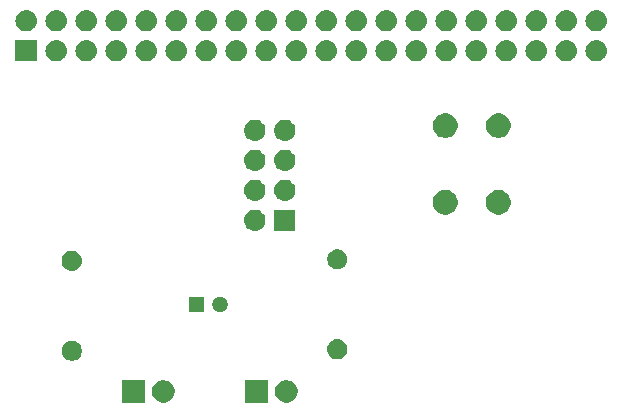
<source format=gbs>
G04 #@! TF.GenerationSoftware,KiCad,Pcbnew,5.0.2+dfsg1-1~bpo9+1*
G04 #@! TF.CreationDate,2020-08-17T13:34:05+01:00*
G04 #@! TF.ProjectId,nrf24l01-rpi,6e726632-346c-4303-912d-7270692e6b69,rev?*
G04 #@! TF.SameCoordinates,Original*
G04 #@! TF.FileFunction,Soldermask,Bot*
G04 #@! TF.FilePolarity,Negative*
%FSLAX46Y46*%
G04 Gerber Fmt 4.6, Leading zero omitted, Abs format (unit mm)*
G04 Created by KiCad (PCBNEW 5.0.2+dfsg1-1~bpo9+1) date Mon 17 Aug 2020 13:34:05 IST*
%MOMM*%
%LPD*%
G01*
G04 APERTURE LIST*
%ADD10C,0.100000*%
G04 APERTURE END LIST*
D10*
G36*
X87907396Y-110591546D02*
X88080466Y-110663234D01*
X88236230Y-110767312D01*
X88368688Y-110899770D01*
X88472766Y-111055534D01*
X88544454Y-111228604D01*
X88581000Y-111412333D01*
X88581000Y-111599667D01*
X88544454Y-111783396D01*
X88472766Y-111956466D01*
X88368688Y-112112230D01*
X88236230Y-112244688D01*
X88080466Y-112348766D01*
X87907396Y-112420454D01*
X87723667Y-112457000D01*
X87536333Y-112457000D01*
X87352604Y-112420454D01*
X87179534Y-112348766D01*
X87023770Y-112244688D01*
X86891312Y-112112230D01*
X86787234Y-111956466D01*
X86715546Y-111783396D01*
X86679000Y-111599667D01*
X86679000Y-111412333D01*
X86715546Y-111228604D01*
X86787234Y-111055534D01*
X86891312Y-110899770D01*
X87023770Y-110767312D01*
X87179534Y-110663234D01*
X87352604Y-110591546D01*
X87536333Y-110555000D01*
X87723667Y-110555000D01*
X87907396Y-110591546D01*
X87907396Y-110591546D01*
G37*
G36*
X96455000Y-112457000D02*
X94553000Y-112457000D01*
X94553000Y-110555000D01*
X96455000Y-110555000D01*
X96455000Y-112457000D01*
X96455000Y-112457000D01*
G37*
G36*
X98321396Y-110591546D02*
X98494466Y-110663234D01*
X98650230Y-110767312D01*
X98782688Y-110899770D01*
X98886766Y-111055534D01*
X98958454Y-111228604D01*
X98995000Y-111412333D01*
X98995000Y-111599667D01*
X98958454Y-111783396D01*
X98886766Y-111956466D01*
X98782688Y-112112230D01*
X98650230Y-112244688D01*
X98494466Y-112348766D01*
X98321396Y-112420454D01*
X98137667Y-112457000D01*
X97950333Y-112457000D01*
X97766604Y-112420454D01*
X97593534Y-112348766D01*
X97437770Y-112244688D01*
X97305312Y-112112230D01*
X97201234Y-111956466D01*
X97129546Y-111783396D01*
X97093000Y-111599667D01*
X97093000Y-111412333D01*
X97129546Y-111228604D01*
X97201234Y-111055534D01*
X97305312Y-110899770D01*
X97437770Y-110767312D01*
X97593534Y-110663234D01*
X97766604Y-110591546D01*
X97950333Y-110555000D01*
X98137667Y-110555000D01*
X98321396Y-110591546D01*
X98321396Y-110591546D01*
G37*
G36*
X86041000Y-112457000D02*
X84139000Y-112457000D01*
X84139000Y-110555000D01*
X86041000Y-110555000D01*
X86041000Y-112457000D01*
X86041000Y-112457000D01*
G37*
G36*
X80131228Y-107258703D02*
X80286100Y-107322853D01*
X80425481Y-107415985D01*
X80544015Y-107534519D01*
X80637147Y-107673900D01*
X80701297Y-107828772D01*
X80734000Y-107993184D01*
X80734000Y-108160816D01*
X80701297Y-108325228D01*
X80637147Y-108480100D01*
X80544015Y-108619481D01*
X80425481Y-108738015D01*
X80286100Y-108831147D01*
X80131228Y-108895297D01*
X79966816Y-108928000D01*
X79799184Y-108928000D01*
X79634772Y-108895297D01*
X79479900Y-108831147D01*
X79340519Y-108738015D01*
X79221985Y-108619481D01*
X79128853Y-108480100D01*
X79064703Y-108325228D01*
X79032000Y-108160816D01*
X79032000Y-107993184D01*
X79064703Y-107828772D01*
X79128853Y-107673900D01*
X79221985Y-107534519D01*
X79340519Y-107415985D01*
X79479900Y-107322853D01*
X79634772Y-107258703D01*
X79799184Y-107226000D01*
X79966816Y-107226000D01*
X80131228Y-107258703D01*
X80131228Y-107258703D01*
G37*
G36*
X102528821Y-107111313D02*
X102528824Y-107111314D01*
X102528825Y-107111314D01*
X102689239Y-107159975D01*
X102689241Y-107159976D01*
X102689244Y-107159977D01*
X102837078Y-107238995D01*
X102966659Y-107345341D01*
X103073005Y-107474922D01*
X103152023Y-107622756D01*
X103152024Y-107622759D01*
X103152025Y-107622761D01*
X103200686Y-107783175D01*
X103200687Y-107783179D01*
X103217117Y-107950000D01*
X103200687Y-108116821D01*
X103152023Y-108277244D01*
X103073005Y-108425078D01*
X102966659Y-108554659D01*
X102837078Y-108661005D01*
X102689244Y-108740023D01*
X102689241Y-108740024D01*
X102689239Y-108740025D01*
X102528825Y-108788686D01*
X102528824Y-108788686D01*
X102528821Y-108788687D01*
X102403804Y-108801000D01*
X102320196Y-108801000D01*
X102195179Y-108788687D01*
X102195176Y-108788686D01*
X102195175Y-108788686D01*
X102034761Y-108740025D01*
X102034759Y-108740024D01*
X102034756Y-108740023D01*
X101886922Y-108661005D01*
X101757341Y-108554659D01*
X101650995Y-108425078D01*
X101571977Y-108277244D01*
X101523313Y-108116821D01*
X101506883Y-107950000D01*
X101523313Y-107783179D01*
X101523314Y-107783175D01*
X101571975Y-107622761D01*
X101571976Y-107622759D01*
X101571977Y-107622756D01*
X101650995Y-107474922D01*
X101757341Y-107345341D01*
X101886922Y-107238995D01*
X102034756Y-107159977D01*
X102034759Y-107159976D01*
X102034761Y-107159975D01*
X102195175Y-107111314D01*
X102195176Y-107111314D01*
X102195179Y-107111313D01*
X102320196Y-107099000D01*
X102403804Y-107099000D01*
X102528821Y-107111313D01*
X102528821Y-107111313D01*
G37*
G36*
X92613890Y-103514017D02*
X92732361Y-103563089D01*
X92838992Y-103634338D01*
X92929662Y-103725008D01*
X93000911Y-103831639D01*
X93049983Y-103950110D01*
X93075000Y-104075881D01*
X93075000Y-104204119D01*
X93049983Y-104329890D01*
X93000911Y-104448361D01*
X92929662Y-104554992D01*
X92838992Y-104645662D01*
X92732361Y-104716911D01*
X92613890Y-104765983D01*
X92488119Y-104791000D01*
X92359881Y-104791000D01*
X92234110Y-104765983D01*
X92115639Y-104716911D01*
X92009008Y-104645662D01*
X91918338Y-104554992D01*
X91847089Y-104448361D01*
X91798017Y-104329890D01*
X91773000Y-104204119D01*
X91773000Y-104075881D01*
X91798017Y-103950110D01*
X91847089Y-103831639D01*
X91918338Y-103725008D01*
X92009008Y-103634338D01*
X92115639Y-103563089D01*
X92234110Y-103514017D01*
X92359881Y-103489000D01*
X92488119Y-103489000D01*
X92613890Y-103514017D01*
X92613890Y-103514017D01*
G37*
G36*
X91075000Y-104791000D02*
X89773000Y-104791000D01*
X89773000Y-103489000D01*
X91075000Y-103489000D01*
X91075000Y-104791000D01*
X91075000Y-104791000D01*
G37*
G36*
X80049821Y-99618313D02*
X80049824Y-99618314D01*
X80049825Y-99618314D01*
X80210239Y-99666975D01*
X80210241Y-99666976D01*
X80210244Y-99666977D01*
X80358078Y-99745995D01*
X80487659Y-99852341D01*
X80594005Y-99981922D01*
X80673023Y-100129756D01*
X80721687Y-100290179D01*
X80738117Y-100457000D01*
X80721687Y-100623821D01*
X80721686Y-100623824D01*
X80721686Y-100623825D01*
X80688538Y-100733100D01*
X80673023Y-100784244D01*
X80594005Y-100932078D01*
X80487659Y-101061659D01*
X80358078Y-101168005D01*
X80210244Y-101247023D01*
X80210241Y-101247024D01*
X80210239Y-101247025D01*
X80049825Y-101295686D01*
X80049824Y-101295686D01*
X80049821Y-101295687D01*
X79924804Y-101308000D01*
X79841196Y-101308000D01*
X79716179Y-101295687D01*
X79716176Y-101295686D01*
X79716175Y-101295686D01*
X79555761Y-101247025D01*
X79555759Y-101247024D01*
X79555756Y-101247023D01*
X79407922Y-101168005D01*
X79278341Y-101061659D01*
X79171995Y-100932078D01*
X79092977Y-100784244D01*
X79077463Y-100733100D01*
X79044314Y-100623825D01*
X79044314Y-100623824D01*
X79044313Y-100623821D01*
X79027883Y-100457000D01*
X79044313Y-100290179D01*
X79092977Y-100129756D01*
X79171995Y-99981922D01*
X79278341Y-99852341D01*
X79407922Y-99745995D01*
X79555756Y-99666977D01*
X79555759Y-99666976D01*
X79555761Y-99666975D01*
X79716175Y-99618314D01*
X79716176Y-99618314D01*
X79716179Y-99618313D01*
X79841196Y-99606000D01*
X79924804Y-99606000D01*
X80049821Y-99618313D01*
X80049821Y-99618313D01*
G37*
G36*
X102610228Y-99511703D02*
X102765100Y-99575853D01*
X102904481Y-99668985D01*
X103023015Y-99787519D01*
X103116147Y-99926900D01*
X103180297Y-100081772D01*
X103213000Y-100246184D01*
X103213000Y-100413816D01*
X103180297Y-100578228D01*
X103116147Y-100733100D01*
X103023015Y-100872481D01*
X102904481Y-100991015D01*
X102765100Y-101084147D01*
X102610228Y-101148297D01*
X102445816Y-101181000D01*
X102278184Y-101181000D01*
X102113772Y-101148297D01*
X101958900Y-101084147D01*
X101819519Y-100991015D01*
X101700985Y-100872481D01*
X101607853Y-100733100D01*
X101543703Y-100578228D01*
X101511000Y-100413816D01*
X101511000Y-100246184D01*
X101543703Y-100081772D01*
X101607853Y-99926900D01*
X101700985Y-99787519D01*
X101819519Y-99668985D01*
X101958900Y-99575853D01*
X102113772Y-99511703D01*
X102278184Y-99479000D01*
X102445816Y-99479000D01*
X102610228Y-99511703D01*
X102610228Y-99511703D01*
G37*
G36*
X98818000Y-97929000D02*
X97016000Y-97929000D01*
X97016000Y-96127000D01*
X98818000Y-96127000D01*
X98818000Y-97929000D01*
X98818000Y-97929000D01*
G37*
G36*
X95487443Y-96133519D02*
X95553627Y-96140037D01*
X95665499Y-96173973D01*
X95723467Y-96191557D01*
X95862087Y-96265652D01*
X95879991Y-96275222D01*
X95915729Y-96304552D01*
X96017186Y-96387814D01*
X96100448Y-96489271D01*
X96129778Y-96525009D01*
X96129779Y-96525011D01*
X96213443Y-96681533D01*
X96213443Y-96681534D01*
X96264963Y-96851373D01*
X96282359Y-97028000D01*
X96264963Y-97204627D01*
X96230616Y-97317853D01*
X96213443Y-97374467D01*
X96139348Y-97513087D01*
X96129778Y-97530991D01*
X96100448Y-97566729D01*
X96017186Y-97668186D01*
X95915729Y-97751448D01*
X95879991Y-97780778D01*
X95879989Y-97780779D01*
X95723467Y-97864443D01*
X95666853Y-97881616D01*
X95553627Y-97915963D01*
X95487442Y-97922482D01*
X95421260Y-97929000D01*
X95332740Y-97929000D01*
X95266558Y-97922482D01*
X95200373Y-97915963D01*
X95087147Y-97881616D01*
X95030533Y-97864443D01*
X94874011Y-97780779D01*
X94874009Y-97780778D01*
X94838271Y-97751448D01*
X94736814Y-97668186D01*
X94653552Y-97566729D01*
X94624222Y-97530991D01*
X94614652Y-97513087D01*
X94540557Y-97374467D01*
X94523384Y-97317853D01*
X94489037Y-97204627D01*
X94471641Y-97028000D01*
X94489037Y-96851373D01*
X94540557Y-96681534D01*
X94540557Y-96681533D01*
X94624221Y-96525011D01*
X94624222Y-96525009D01*
X94653552Y-96489271D01*
X94736814Y-96387814D01*
X94838271Y-96304552D01*
X94874009Y-96275222D01*
X94891913Y-96265652D01*
X95030533Y-96191557D01*
X95088501Y-96173973D01*
X95200373Y-96140037D01*
X95266557Y-96133519D01*
X95332740Y-96127000D01*
X95421260Y-96127000D01*
X95487443Y-96133519D01*
X95487443Y-96133519D01*
G37*
G36*
X116312565Y-94493389D02*
X116503834Y-94572615D01*
X116675976Y-94687637D01*
X116822363Y-94834024D01*
X116937385Y-95006166D01*
X117016611Y-95197435D01*
X117057000Y-95400484D01*
X117057000Y-95607516D01*
X117016611Y-95810565D01*
X116937385Y-96001834D01*
X116822363Y-96173976D01*
X116675976Y-96320363D01*
X116503834Y-96435385D01*
X116312565Y-96514611D01*
X116109516Y-96555000D01*
X115902484Y-96555000D01*
X115699435Y-96514611D01*
X115508166Y-96435385D01*
X115336024Y-96320363D01*
X115189637Y-96173976D01*
X115074615Y-96001834D01*
X114995389Y-95810565D01*
X114955000Y-95607516D01*
X114955000Y-95400484D01*
X114995389Y-95197435D01*
X115074615Y-95006166D01*
X115189637Y-94834024D01*
X115336024Y-94687637D01*
X115508166Y-94572615D01*
X115699435Y-94493389D01*
X115902484Y-94453000D01*
X116109516Y-94453000D01*
X116312565Y-94493389D01*
X116312565Y-94493389D01*
G37*
G36*
X111812565Y-94493389D02*
X112003834Y-94572615D01*
X112175976Y-94687637D01*
X112322363Y-94834024D01*
X112437385Y-95006166D01*
X112516611Y-95197435D01*
X112557000Y-95400484D01*
X112557000Y-95607516D01*
X112516611Y-95810565D01*
X112437385Y-96001834D01*
X112322363Y-96173976D01*
X112175976Y-96320363D01*
X112003834Y-96435385D01*
X111812565Y-96514611D01*
X111609516Y-96555000D01*
X111402484Y-96555000D01*
X111199435Y-96514611D01*
X111008166Y-96435385D01*
X110836024Y-96320363D01*
X110689637Y-96173976D01*
X110574615Y-96001834D01*
X110495389Y-95810565D01*
X110455000Y-95607516D01*
X110455000Y-95400484D01*
X110495389Y-95197435D01*
X110574615Y-95006166D01*
X110689637Y-94834024D01*
X110836024Y-94687637D01*
X111008166Y-94572615D01*
X111199435Y-94493389D01*
X111402484Y-94453000D01*
X111609516Y-94453000D01*
X111812565Y-94493389D01*
X111812565Y-94493389D01*
G37*
G36*
X98027442Y-93593518D02*
X98093627Y-93600037D01*
X98206853Y-93634384D01*
X98263467Y-93651557D01*
X98402087Y-93725652D01*
X98419991Y-93735222D01*
X98455729Y-93764552D01*
X98557186Y-93847814D01*
X98640448Y-93949271D01*
X98669778Y-93985009D01*
X98669779Y-93985011D01*
X98753443Y-94141533D01*
X98753443Y-94141534D01*
X98804963Y-94311373D01*
X98822359Y-94488000D01*
X98804963Y-94664627D01*
X98797983Y-94687637D01*
X98753443Y-94834467D01*
X98679348Y-94973087D01*
X98669778Y-94990991D01*
X98657325Y-95006165D01*
X98557186Y-95128186D01*
X98455729Y-95211448D01*
X98419991Y-95240778D01*
X98419989Y-95240779D01*
X98263467Y-95324443D01*
X98206853Y-95341616D01*
X98093627Y-95375963D01*
X98027443Y-95382481D01*
X97961260Y-95389000D01*
X97872740Y-95389000D01*
X97806557Y-95382481D01*
X97740373Y-95375963D01*
X97627147Y-95341616D01*
X97570533Y-95324443D01*
X97414011Y-95240779D01*
X97414009Y-95240778D01*
X97378271Y-95211448D01*
X97276814Y-95128186D01*
X97176675Y-95006165D01*
X97164222Y-94990991D01*
X97154652Y-94973087D01*
X97080557Y-94834467D01*
X97036017Y-94687637D01*
X97029037Y-94664627D01*
X97011641Y-94488000D01*
X97029037Y-94311373D01*
X97080557Y-94141534D01*
X97080557Y-94141533D01*
X97164221Y-93985011D01*
X97164222Y-93985009D01*
X97193552Y-93949271D01*
X97276814Y-93847814D01*
X97378271Y-93764552D01*
X97414009Y-93735222D01*
X97431913Y-93725652D01*
X97570533Y-93651557D01*
X97627147Y-93634384D01*
X97740373Y-93600037D01*
X97806558Y-93593518D01*
X97872740Y-93587000D01*
X97961260Y-93587000D01*
X98027442Y-93593518D01*
X98027442Y-93593518D01*
G37*
G36*
X95487442Y-93593518D02*
X95553627Y-93600037D01*
X95666853Y-93634384D01*
X95723467Y-93651557D01*
X95862087Y-93725652D01*
X95879991Y-93735222D01*
X95915729Y-93764552D01*
X96017186Y-93847814D01*
X96100448Y-93949271D01*
X96129778Y-93985009D01*
X96129779Y-93985011D01*
X96213443Y-94141533D01*
X96213443Y-94141534D01*
X96264963Y-94311373D01*
X96282359Y-94488000D01*
X96264963Y-94664627D01*
X96257983Y-94687637D01*
X96213443Y-94834467D01*
X96139348Y-94973087D01*
X96129778Y-94990991D01*
X96117325Y-95006165D01*
X96017186Y-95128186D01*
X95915729Y-95211448D01*
X95879991Y-95240778D01*
X95879989Y-95240779D01*
X95723467Y-95324443D01*
X95666853Y-95341616D01*
X95553627Y-95375963D01*
X95487443Y-95382481D01*
X95421260Y-95389000D01*
X95332740Y-95389000D01*
X95266557Y-95382481D01*
X95200373Y-95375963D01*
X95087147Y-95341616D01*
X95030533Y-95324443D01*
X94874011Y-95240779D01*
X94874009Y-95240778D01*
X94838271Y-95211448D01*
X94736814Y-95128186D01*
X94636675Y-95006165D01*
X94624222Y-94990991D01*
X94614652Y-94973087D01*
X94540557Y-94834467D01*
X94496017Y-94687637D01*
X94489037Y-94664627D01*
X94471641Y-94488000D01*
X94489037Y-94311373D01*
X94540557Y-94141534D01*
X94540557Y-94141533D01*
X94624221Y-93985011D01*
X94624222Y-93985009D01*
X94653552Y-93949271D01*
X94736814Y-93847814D01*
X94838271Y-93764552D01*
X94874009Y-93735222D01*
X94891913Y-93725652D01*
X95030533Y-93651557D01*
X95087147Y-93634384D01*
X95200373Y-93600037D01*
X95266558Y-93593518D01*
X95332740Y-93587000D01*
X95421260Y-93587000D01*
X95487442Y-93593518D01*
X95487442Y-93593518D01*
G37*
G36*
X98027442Y-91053518D02*
X98093627Y-91060037D01*
X98206853Y-91094384D01*
X98263467Y-91111557D01*
X98402087Y-91185652D01*
X98419991Y-91195222D01*
X98455729Y-91224552D01*
X98557186Y-91307814D01*
X98640448Y-91409271D01*
X98669778Y-91445009D01*
X98669779Y-91445011D01*
X98753443Y-91601533D01*
X98753443Y-91601534D01*
X98804963Y-91771373D01*
X98822359Y-91948000D01*
X98804963Y-92124627D01*
X98770616Y-92237853D01*
X98753443Y-92294467D01*
X98679348Y-92433087D01*
X98669778Y-92450991D01*
X98640448Y-92486729D01*
X98557186Y-92588186D01*
X98455729Y-92671448D01*
X98419991Y-92700778D01*
X98419989Y-92700779D01*
X98263467Y-92784443D01*
X98206853Y-92801616D01*
X98093627Y-92835963D01*
X98027442Y-92842482D01*
X97961260Y-92849000D01*
X97872740Y-92849000D01*
X97806558Y-92842482D01*
X97740373Y-92835963D01*
X97627147Y-92801616D01*
X97570533Y-92784443D01*
X97414011Y-92700779D01*
X97414009Y-92700778D01*
X97378271Y-92671448D01*
X97276814Y-92588186D01*
X97193552Y-92486729D01*
X97164222Y-92450991D01*
X97154652Y-92433087D01*
X97080557Y-92294467D01*
X97063384Y-92237853D01*
X97029037Y-92124627D01*
X97011641Y-91948000D01*
X97029037Y-91771373D01*
X97080557Y-91601534D01*
X97080557Y-91601533D01*
X97164221Y-91445011D01*
X97164222Y-91445009D01*
X97193552Y-91409271D01*
X97276814Y-91307814D01*
X97378271Y-91224552D01*
X97414009Y-91195222D01*
X97431913Y-91185652D01*
X97570533Y-91111557D01*
X97627147Y-91094384D01*
X97740373Y-91060037D01*
X97806558Y-91053518D01*
X97872740Y-91047000D01*
X97961260Y-91047000D01*
X98027442Y-91053518D01*
X98027442Y-91053518D01*
G37*
G36*
X95487442Y-91053518D02*
X95553627Y-91060037D01*
X95666853Y-91094384D01*
X95723467Y-91111557D01*
X95862087Y-91185652D01*
X95879991Y-91195222D01*
X95915729Y-91224552D01*
X96017186Y-91307814D01*
X96100448Y-91409271D01*
X96129778Y-91445009D01*
X96129779Y-91445011D01*
X96213443Y-91601533D01*
X96213443Y-91601534D01*
X96264963Y-91771373D01*
X96282359Y-91948000D01*
X96264963Y-92124627D01*
X96230616Y-92237853D01*
X96213443Y-92294467D01*
X96139348Y-92433087D01*
X96129778Y-92450991D01*
X96100448Y-92486729D01*
X96017186Y-92588186D01*
X95915729Y-92671448D01*
X95879991Y-92700778D01*
X95879989Y-92700779D01*
X95723467Y-92784443D01*
X95666853Y-92801616D01*
X95553627Y-92835963D01*
X95487442Y-92842482D01*
X95421260Y-92849000D01*
X95332740Y-92849000D01*
X95266558Y-92842482D01*
X95200373Y-92835963D01*
X95087147Y-92801616D01*
X95030533Y-92784443D01*
X94874011Y-92700779D01*
X94874009Y-92700778D01*
X94838271Y-92671448D01*
X94736814Y-92588186D01*
X94653552Y-92486729D01*
X94624222Y-92450991D01*
X94614652Y-92433087D01*
X94540557Y-92294467D01*
X94523384Y-92237853D01*
X94489037Y-92124627D01*
X94471641Y-91948000D01*
X94489037Y-91771373D01*
X94540557Y-91601534D01*
X94540557Y-91601533D01*
X94624221Y-91445011D01*
X94624222Y-91445009D01*
X94653552Y-91409271D01*
X94736814Y-91307814D01*
X94838271Y-91224552D01*
X94874009Y-91195222D01*
X94891913Y-91185652D01*
X95030533Y-91111557D01*
X95087147Y-91094384D01*
X95200373Y-91060037D01*
X95266558Y-91053518D01*
X95332740Y-91047000D01*
X95421260Y-91047000D01*
X95487442Y-91053518D01*
X95487442Y-91053518D01*
G37*
G36*
X95487443Y-88513519D02*
X95553627Y-88520037D01*
X95666853Y-88554384D01*
X95723467Y-88571557D01*
X95862087Y-88645652D01*
X95879991Y-88655222D01*
X95915729Y-88684552D01*
X96017186Y-88767814D01*
X96100448Y-88869271D01*
X96129778Y-88905009D01*
X96129779Y-88905011D01*
X96213443Y-89061533D01*
X96230616Y-89118147D01*
X96264963Y-89231373D01*
X96282359Y-89408000D01*
X96264963Y-89584627D01*
X96237860Y-89673973D01*
X96213443Y-89754467D01*
X96178220Y-89820363D01*
X96129778Y-89910991D01*
X96109759Y-89935384D01*
X96017186Y-90048186D01*
X95915729Y-90131448D01*
X95879991Y-90160778D01*
X95879989Y-90160779D01*
X95723467Y-90244443D01*
X95666853Y-90261616D01*
X95553627Y-90295963D01*
X95487443Y-90302481D01*
X95421260Y-90309000D01*
X95332740Y-90309000D01*
X95266557Y-90302481D01*
X95200373Y-90295963D01*
X95087147Y-90261616D01*
X95030533Y-90244443D01*
X94874011Y-90160779D01*
X94874009Y-90160778D01*
X94838271Y-90131448D01*
X94736814Y-90048186D01*
X94644241Y-89935384D01*
X94624222Y-89910991D01*
X94575780Y-89820363D01*
X94540557Y-89754467D01*
X94516140Y-89673973D01*
X94489037Y-89584627D01*
X94471641Y-89408000D01*
X94489037Y-89231373D01*
X94523384Y-89118147D01*
X94540557Y-89061533D01*
X94624221Y-88905011D01*
X94624222Y-88905009D01*
X94653552Y-88869271D01*
X94736814Y-88767814D01*
X94838271Y-88684552D01*
X94874009Y-88655222D01*
X94891913Y-88645652D01*
X95030533Y-88571557D01*
X95087147Y-88554384D01*
X95200373Y-88520037D01*
X95266557Y-88513519D01*
X95332740Y-88507000D01*
X95421260Y-88507000D01*
X95487443Y-88513519D01*
X95487443Y-88513519D01*
G37*
G36*
X98027443Y-88513519D02*
X98093627Y-88520037D01*
X98206853Y-88554384D01*
X98263467Y-88571557D01*
X98402087Y-88645652D01*
X98419991Y-88655222D01*
X98455729Y-88684552D01*
X98557186Y-88767814D01*
X98640448Y-88869271D01*
X98669778Y-88905009D01*
X98669779Y-88905011D01*
X98753443Y-89061533D01*
X98770616Y-89118147D01*
X98804963Y-89231373D01*
X98822359Y-89408000D01*
X98804963Y-89584627D01*
X98777860Y-89673973D01*
X98753443Y-89754467D01*
X98718220Y-89820363D01*
X98669778Y-89910991D01*
X98649759Y-89935384D01*
X98557186Y-90048186D01*
X98455729Y-90131448D01*
X98419991Y-90160778D01*
X98419989Y-90160779D01*
X98263467Y-90244443D01*
X98206853Y-90261616D01*
X98093627Y-90295963D01*
X98027443Y-90302481D01*
X97961260Y-90309000D01*
X97872740Y-90309000D01*
X97806557Y-90302481D01*
X97740373Y-90295963D01*
X97627147Y-90261616D01*
X97570533Y-90244443D01*
X97414011Y-90160779D01*
X97414009Y-90160778D01*
X97378271Y-90131448D01*
X97276814Y-90048186D01*
X97184241Y-89935384D01*
X97164222Y-89910991D01*
X97115780Y-89820363D01*
X97080557Y-89754467D01*
X97056140Y-89673973D01*
X97029037Y-89584627D01*
X97011641Y-89408000D01*
X97029037Y-89231373D01*
X97063384Y-89118147D01*
X97080557Y-89061533D01*
X97164221Y-88905011D01*
X97164222Y-88905009D01*
X97193552Y-88869271D01*
X97276814Y-88767814D01*
X97378271Y-88684552D01*
X97414009Y-88655222D01*
X97431913Y-88645652D01*
X97570533Y-88571557D01*
X97627147Y-88554384D01*
X97740373Y-88520037D01*
X97806557Y-88513519D01*
X97872740Y-88507000D01*
X97961260Y-88507000D01*
X98027443Y-88513519D01*
X98027443Y-88513519D01*
G37*
G36*
X111812565Y-87993389D02*
X112003834Y-88072615D01*
X112175976Y-88187637D01*
X112322363Y-88334024D01*
X112437385Y-88506166D01*
X112516611Y-88697435D01*
X112557000Y-88900484D01*
X112557000Y-89107516D01*
X112516611Y-89310565D01*
X112437385Y-89501834D01*
X112322363Y-89673976D01*
X112175976Y-89820363D01*
X112003834Y-89935385D01*
X111812565Y-90014611D01*
X111609516Y-90055000D01*
X111402484Y-90055000D01*
X111199435Y-90014611D01*
X111008166Y-89935385D01*
X110836024Y-89820363D01*
X110689637Y-89673976D01*
X110574615Y-89501834D01*
X110495389Y-89310565D01*
X110455000Y-89107516D01*
X110455000Y-88900484D01*
X110495389Y-88697435D01*
X110574615Y-88506166D01*
X110689637Y-88334024D01*
X110836024Y-88187637D01*
X111008166Y-88072615D01*
X111199435Y-87993389D01*
X111402484Y-87953000D01*
X111609516Y-87953000D01*
X111812565Y-87993389D01*
X111812565Y-87993389D01*
G37*
G36*
X116312565Y-87993389D02*
X116503834Y-88072615D01*
X116675976Y-88187637D01*
X116822363Y-88334024D01*
X116937385Y-88506166D01*
X117016611Y-88697435D01*
X117057000Y-88900484D01*
X117057000Y-89107516D01*
X117016611Y-89310565D01*
X116937385Y-89501834D01*
X116822363Y-89673976D01*
X116675976Y-89820363D01*
X116503834Y-89935385D01*
X116312565Y-90014611D01*
X116109516Y-90055000D01*
X115902484Y-90055000D01*
X115699435Y-90014611D01*
X115508166Y-89935385D01*
X115336024Y-89820363D01*
X115189637Y-89673976D01*
X115074615Y-89501834D01*
X114995389Y-89310565D01*
X114955000Y-89107516D01*
X114955000Y-88900484D01*
X114995389Y-88697435D01*
X115074615Y-88506166D01*
X115189637Y-88334024D01*
X115336024Y-88187637D01*
X115508166Y-88072615D01*
X115699435Y-87993389D01*
X115902484Y-87953000D01*
X116109516Y-87953000D01*
X116312565Y-87993389D01*
X116312565Y-87993389D01*
G37*
G36*
X124386043Y-81772419D02*
X124452227Y-81778937D01*
X124565453Y-81813284D01*
X124622067Y-81830457D01*
X124760687Y-81904552D01*
X124778591Y-81914122D01*
X124814329Y-81943452D01*
X124915786Y-82026714D01*
X124999048Y-82128171D01*
X125028378Y-82163909D01*
X125028379Y-82163911D01*
X125112043Y-82320433D01*
X125112043Y-82320434D01*
X125163563Y-82490273D01*
X125180959Y-82666900D01*
X125163563Y-82843527D01*
X125129216Y-82956753D01*
X125112043Y-83013367D01*
X125037948Y-83151987D01*
X125028378Y-83169891D01*
X124999048Y-83205629D01*
X124915786Y-83307086D01*
X124814329Y-83390348D01*
X124778591Y-83419678D01*
X124778589Y-83419679D01*
X124622067Y-83503343D01*
X124565453Y-83520516D01*
X124452227Y-83554863D01*
X124386042Y-83561382D01*
X124319860Y-83567900D01*
X124231340Y-83567900D01*
X124165158Y-83561382D01*
X124098973Y-83554863D01*
X123985747Y-83520516D01*
X123929133Y-83503343D01*
X123772611Y-83419679D01*
X123772609Y-83419678D01*
X123736871Y-83390348D01*
X123635414Y-83307086D01*
X123552152Y-83205629D01*
X123522822Y-83169891D01*
X123513252Y-83151987D01*
X123439157Y-83013367D01*
X123421984Y-82956753D01*
X123387637Y-82843527D01*
X123370241Y-82666900D01*
X123387637Y-82490273D01*
X123439157Y-82320434D01*
X123439157Y-82320433D01*
X123522821Y-82163911D01*
X123522822Y-82163909D01*
X123552152Y-82128171D01*
X123635414Y-82026714D01*
X123736871Y-81943452D01*
X123772609Y-81914122D01*
X123790513Y-81904552D01*
X123929133Y-81830457D01*
X123985747Y-81813284D01*
X124098973Y-81778937D01*
X124165157Y-81772419D01*
X124231340Y-81765900D01*
X124319860Y-81765900D01*
X124386043Y-81772419D01*
X124386043Y-81772419D01*
G37*
G36*
X121846043Y-81772419D02*
X121912227Y-81778937D01*
X122025453Y-81813284D01*
X122082067Y-81830457D01*
X122220687Y-81904552D01*
X122238591Y-81914122D01*
X122274329Y-81943452D01*
X122375786Y-82026714D01*
X122459048Y-82128171D01*
X122488378Y-82163909D01*
X122488379Y-82163911D01*
X122572043Y-82320433D01*
X122572043Y-82320434D01*
X122623563Y-82490273D01*
X122640959Y-82666900D01*
X122623563Y-82843527D01*
X122589216Y-82956753D01*
X122572043Y-83013367D01*
X122497948Y-83151987D01*
X122488378Y-83169891D01*
X122459048Y-83205629D01*
X122375786Y-83307086D01*
X122274329Y-83390348D01*
X122238591Y-83419678D01*
X122238589Y-83419679D01*
X122082067Y-83503343D01*
X122025453Y-83520516D01*
X121912227Y-83554863D01*
X121846042Y-83561382D01*
X121779860Y-83567900D01*
X121691340Y-83567900D01*
X121625158Y-83561382D01*
X121558973Y-83554863D01*
X121445747Y-83520516D01*
X121389133Y-83503343D01*
X121232611Y-83419679D01*
X121232609Y-83419678D01*
X121196871Y-83390348D01*
X121095414Y-83307086D01*
X121012152Y-83205629D01*
X120982822Y-83169891D01*
X120973252Y-83151987D01*
X120899157Y-83013367D01*
X120881984Y-82956753D01*
X120847637Y-82843527D01*
X120830241Y-82666900D01*
X120847637Y-82490273D01*
X120899157Y-82320434D01*
X120899157Y-82320433D01*
X120982821Y-82163911D01*
X120982822Y-82163909D01*
X121012152Y-82128171D01*
X121095414Y-82026714D01*
X121196871Y-81943452D01*
X121232609Y-81914122D01*
X121250513Y-81904552D01*
X121389133Y-81830457D01*
X121445747Y-81813284D01*
X121558973Y-81778937D01*
X121625157Y-81772419D01*
X121691340Y-81765900D01*
X121779860Y-81765900D01*
X121846043Y-81772419D01*
X121846043Y-81772419D01*
G37*
G36*
X119306043Y-81772419D02*
X119372227Y-81778937D01*
X119485453Y-81813284D01*
X119542067Y-81830457D01*
X119680687Y-81904552D01*
X119698591Y-81914122D01*
X119734329Y-81943452D01*
X119835786Y-82026714D01*
X119919048Y-82128171D01*
X119948378Y-82163909D01*
X119948379Y-82163911D01*
X120032043Y-82320433D01*
X120032043Y-82320434D01*
X120083563Y-82490273D01*
X120100959Y-82666900D01*
X120083563Y-82843527D01*
X120049216Y-82956753D01*
X120032043Y-83013367D01*
X119957948Y-83151987D01*
X119948378Y-83169891D01*
X119919048Y-83205629D01*
X119835786Y-83307086D01*
X119734329Y-83390348D01*
X119698591Y-83419678D01*
X119698589Y-83419679D01*
X119542067Y-83503343D01*
X119485453Y-83520516D01*
X119372227Y-83554863D01*
X119306042Y-83561382D01*
X119239860Y-83567900D01*
X119151340Y-83567900D01*
X119085158Y-83561382D01*
X119018973Y-83554863D01*
X118905747Y-83520516D01*
X118849133Y-83503343D01*
X118692611Y-83419679D01*
X118692609Y-83419678D01*
X118656871Y-83390348D01*
X118555414Y-83307086D01*
X118472152Y-83205629D01*
X118442822Y-83169891D01*
X118433252Y-83151987D01*
X118359157Y-83013367D01*
X118341984Y-82956753D01*
X118307637Y-82843527D01*
X118290241Y-82666900D01*
X118307637Y-82490273D01*
X118359157Y-82320434D01*
X118359157Y-82320433D01*
X118442821Y-82163911D01*
X118442822Y-82163909D01*
X118472152Y-82128171D01*
X118555414Y-82026714D01*
X118656871Y-81943452D01*
X118692609Y-81914122D01*
X118710513Y-81904552D01*
X118849133Y-81830457D01*
X118905747Y-81813284D01*
X119018973Y-81778937D01*
X119085157Y-81772419D01*
X119151340Y-81765900D01*
X119239860Y-81765900D01*
X119306043Y-81772419D01*
X119306043Y-81772419D01*
G37*
G36*
X114226043Y-81772419D02*
X114292227Y-81778937D01*
X114405453Y-81813284D01*
X114462067Y-81830457D01*
X114600687Y-81904552D01*
X114618591Y-81914122D01*
X114654329Y-81943452D01*
X114755786Y-82026714D01*
X114839048Y-82128171D01*
X114868378Y-82163909D01*
X114868379Y-82163911D01*
X114952043Y-82320433D01*
X114952043Y-82320434D01*
X115003563Y-82490273D01*
X115020959Y-82666900D01*
X115003563Y-82843527D01*
X114969216Y-82956753D01*
X114952043Y-83013367D01*
X114877948Y-83151987D01*
X114868378Y-83169891D01*
X114839048Y-83205629D01*
X114755786Y-83307086D01*
X114654329Y-83390348D01*
X114618591Y-83419678D01*
X114618589Y-83419679D01*
X114462067Y-83503343D01*
X114405453Y-83520516D01*
X114292227Y-83554863D01*
X114226042Y-83561382D01*
X114159860Y-83567900D01*
X114071340Y-83567900D01*
X114005158Y-83561382D01*
X113938973Y-83554863D01*
X113825747Y-83520516D01*
X113769133Y-83503343D01*
X113612611Y-83419679D01*
X113612609Y-83419678D01*
X113576871Y-83390348D01*
X113475414Y-83307086D01*
X113392152Y-83205629D01*
X113362822Y-83169891D01*
X113353252Y-83151987D01*
X113279157Y-83013367D01*
X113261984Y-82956753D01*
X113227637Y-82843527D01*
X113210241Y-82666900D01*
X113227637Y-82490273D01*
X113279157Y-82320434D01*
X113279157Y-82320433D01*
X113362821Y-82163911D01*
X113362822Y-82163909D01*
X113392152Y-82128171D01*
X113475414Y-82026714D01*
X113576871Y-81943452D01*
X113612609Y-81914122D01*
X113630513Y-81904552D01*
X113769133Y-81830457D01*
X113825747Y-81813284D01*
X113938973Y-81778937D01*
X114005157Y-81772419D01*
X114071340Y-81765900D01*
X114159860Y-81765900D01*
X114226043Y-81772419D01*
X114226043Y-81772419D01*
G37*
G36*
X111686043Y-81772419D02*
X111752227Y-81778937D01*
X111865453Y-81813284D01*
X111922067Y-81830457D01*
X112060687Y-81904552D01*
X112078591Y-81914122D01*
X112114329Y-81943452D01*
X112215786Y-82026714D01*
X112299048Y-82128171D01*
X112328378Y-82163909D01*
X112328379Y-82163911D01*
X112412043Y-82320433D01*
X112412043Y-82320434D01*
X112463563Y-82490273D01*
X112480959Y-82666900D01*
X112463563Y-82843527D01*
X112429216Y-82956753D01*
X112412043Y-83013367D01*
X112337948Y-83151987D01*
X112328378Y-83169891D01*
X112299048Y-83205629D01*
X112215786Y-83307086D01*
X112114329Y-83390348D01*
X112078591Y-83419678D01*
X112078589Y-83419679D01*
X111922067Y-83503343D01*
X111865453Y-83520516D01*
X111752227Y-83554863D01*
X111686042Y-83561382D01*
X111619860Y-83567900D01*
X111531340Y-83567900D01*
X111465158Y-83561382D01*
X111398973Y-83554863D01*
X111285747Y-83520516D01*
X111229133Y-83503343D01*
X111072611Y-83419679D01*
X111072609Y-83419678D01*
X111036871Y-83390348D01*
X110935414Y-83307086D01*
X110852152Y-83205629D01*
X110822822Y-83169891D01*
X110813252Y-83151987D01*
X110739157Y-83013367D01*
X110721984Y-82956753D01*
X110687637Y-82843527D01*
X110670241Y-82666900D01*
X110687637Y-82490273D01*
X110739157Y-82320434D01*
X110739157Y-82320433D01*
X110822821Y-82163911D01*
X110822822Y-82163909D01*
X110852152Y-82128171D01*
X110935414Y-82026714D01*
X111036871Y-81943452D01*
X111072609Y-81914122D01*
X111090513Y-81904552D01*
X111229133Y-81830457D01*
X111285747Y-81813284D01*
X111398973Y-81778937D01*
X111465157Y-81772419D01*
X111531340Y-81765900D01*
X111619860Y-81765900D01*
X111686043Y-81772419D01*
X111686043Y-81772419D01*
G37*
G36*
X109146043Y-81772419D02*
X109212227Y-81778937D01*
X109325453Y-81813284D01*
X109382067Y-81830457D01*
X109520687Y-81904552D01*
X109538591Y-81914122D01*
X109574329Y-81943452D01*
X109675786Y-82026714D01*
X109759048Y-82128171D01*
X109788378Y-82163909D01*
X109788379Y-82163911D01*
X109872043Y-82320433D01*
X109872043Y-82320434D01*
X109923563Y-82490273D01*
X109940959Y-82666900D01*
X109923563Y-82843527D01*
X109889216Y-82956753D01*
X109872043Y-83013367D01*
X109797948Y-83151987D01*
X109788378Y-83169891D01*
X109759048Y-83205629D01*
X109675786Y-83307086D01*
X109574329Y-83390348D01*
X109538591Y-83419678D01*
X109538589Y-83419679D01*
X109382067Y-83503343D01*
X109325453Y-83520516D01*
X109212227Y-83554863D01*
X109146042Y-83561382D01*
X109079860Y-83567900D01*
X108991340Y-83567900D01*
X108925158Y-83561382D01*
X108858973Y-83554863D01*
X108745747Y-83520516D01*
X108689133Y-83503343D01*
X108532611Y-83419679D01*
X108532609Y-83419678D01*
X108496871Y-83390348D01*
X108395414Y-83307086D01*
X108312152Y-83205629D01*
X108282822Y-83169891D01*
X108273252Y-83151987D01*
X108199157Y-83013367D01*
X108181984Y-82956753D01*
X108147637Y-82843527D01*
X108130241Y-82666900D01*
X108147637Y-82490273D01*
X108199157Y-82320434D01*
X108199157Y-82320433D01*
X108282821Y-82163911D01*
X108282822Y-82163909D01*
X108312152Y-82128171D01*
X108395414Y-82026714D01*
X108496871Y-81943452D01*
X108532609Y-81914122D01*
X108550513Y-81904552D01*
X108689133Y-81830457D01*
X108745747Y-81813284D01*
X108858973Y-81778937D01*
X108925157Y-81772419D01*
X108991340Y-81765900D01*
X109079860Y-81765900D01*
X109146043Y-81772419D01*
X109146043Y-81772419D01*
G37*
G36*
X106606043Y-81772419D02*
X106672227Y-81778937D01*
X106785453Y-81813284D01*
X106842067Y-81830457D01*
X106980687Y-81904552D01*
X106998591Y-81914122D01*
X107034329Y-81943452D01*
X107135786Y-82026714D01*
X107219048Y-82128171D01*
X107248378Y-82163909D01*
X107248379Y-82163911D01*
X107332043Y-82320433D01*
X107332043Y-82320434D01*
X107383563Y-82490273D01*
X107400959Y-82666900D01*
X107383563Y-82843527D01*
X107349216Y-82956753D01*
X107332043Y-83013367D01*
X107257948Y-83151987D01*
X107248378Y-83169891D01*
X107219048Y-83205629D01*
X107135786Y-83307086D01*
X107034329Y-83390348D01*
X106998591Y-83419678D01*
X106998589Y-83419679D01*
X106842067Y-83503343D01*
X106785453Y-83520516D01*
X106672227Y-83554863D01*
X106606042Y-83561382D01*
X106539860Y-83567900D01*
X106451340Y-83567900D01*
X106385158Y-83561382D01*
X106318973Y-83554863D01*
X106205747Y-83520516D01*
X106149133Y-83503343D01*
X105992611Y-83419679D01*
X105992609Y-83419678D01*
X105956871Y-83390348D01*
X105855414Y-83307086D01*
X105772152Y-83205629D01*
X105742822Y-83169891D01*
X105733252Y-83151987D01*
X105659157Y-83013367D01*
X105641984Y-82956753D01*
X105607637Y-82843527D01*
X105590241Y-82666900D01*
X105607637Y-82490273D01*
X105659157Y-82320434D01*
X105659157Y-82320433D01*
X105742821Y-82163911D01*
X105742822Y-82163909D01*
X105772152Y-82128171D01*
X105855414Y-82026714D01*
X105956871Y-81943452D01*
X105992609Y-81914122D01*
X106010513Y-81904552D01*
X106149133Y-81830457D01*
X106205747Y-81813284D01*
X106318973Y-81778937D01*
X106385157Y-81772419D01*
X106451340Y-81765900D01*
X106539860Y-81765900D01*
X106606043Y-81772419D01*
X106606043Y-81772419D01*
G37*
G36*
X104066043Y-81772419D02*
X104132227Y-81778937D01*
X104245453Y-81813284D01*
X104302067Y-81830457D01*
X104440687Y-81904552D01*
X104458591Y-81914122D01*
X104494329Y-81943452D01*
X104595786Y-82026714D01*
X104679048Y-82128171D01*
X104708378Y-82163909D01*
X104708379Y-82163911D01*
X104792043Y-82320433D01*
X104792043Y-82320434D01*
X104843563Y-82490273D01*
X104860959Y-82666900D01*
X104843563Y-82843527D01*
X104809216Y-82956753D01*
X104792043Y-83013367D01*
X104717948Y-83151987D01*
X104708378Y-83169891D01*
X104679048Y-83205629D01*
X104595786Y-83307086D01*
X104494329Y-83390348D01*
X104458591Y-83419678D01*
X104458589Y-83419679D01*
X104302067Y-83503343D01*
X104245453Y-83520516D01*
X104132227Y-83554863D01*
X104066042Y-83561382D01*
X103999860Y-83567900D01*
X103911340Y-83567900D01*
X103845158Y-83561382D01*
X103778973Y-83554863D01*
X103665747Y-83520516D01*
X103609133Y-83503343D01*
X103452611Y-83419679D01*
X103452609Y-83419678D01*
X103416871Y-83390348D01*
X103315414Y-83307086D01*
X103232152Y-83205629D01*
X103202822Y-83169891D01*
X103193252Y-83151987D01*
X103119157Y-83013367D01*
X103101984Y-82956753D01*
X103067637Y-82843527D01*
X103050241Y-82666900D01*
X103067637Y-82490273D01*
X103119157Y-82320434D01*
X103119157Y-82320433D01*
X103202821Y-82163911D01*
X103202822Y-82163909D01*
X103232152Y-82128171D01*
X103315414Y-82026714D01*
X103416871Y-81943452D01*
X103452609Y-81914122D01*
X103470513Y-81904552D01*
X103609133Y-81830457D01*
X103665747Y-81813284D01*
X103778973Y-81778937D01*
X103845157Y-81772419D01*
X103911340Y-81765900D01*
X103999860Y-81765900D01*
X104066043Y-81772419D01*
X104066043Y-81772419D01*
G37*
G36*
X101526043Y-81772419D02*
X101592227Y-81778937D01*
X101705453Y-81813284D01*
X101762067Y-81830457D01*
X101900687Y-81904552D01*
X101918591Y-81914122D01*
X101954329Y-81943452D01*
X102055786Y-82026714D01*
X102139048Y-82128171D01*
X102168378Y-82163909D01*
X102168379Y-82163911D01*
X102252043Y-82320433D01*
X102252043Y-82320434D01*
X102303563Y-82490273D01*
X102320959Y-82666900D01*
X102303563Y-82843527D01*
X102269216Y-82956753D01*
X102252043Y-83013367D01*
X102177948Y-83151987D01*
X102168378Y-83169891D01*
X102139048Y-83205629D01*
X102055786Y-83307086D01*
X101954329Y-83390348D01*
X101918591Y-83419678D01*
X101918589Y-83419679D01*
X101762067Y-83503343D01*
X101705453Y-83520516D01*
X101592227Y-83554863D01*
X101526042Y-83561382D01*
X101459860Y-83567900D01*
X101371340Y-83567900D01*
X101305158Y-83561382D01*
X101238973Y-83554863D01*
X101125747Y-83520516D01*
X101069133Y-83503343D01*
X100912611Y-83419679D01*
X100912609Y-83419678D01*
X100876871Y-83390348D01*
X100775414Y-83307086D01*
X100692152Y-83205629D01*
X100662822Y-83169891D01*
X100653252Y-83151987D01*
X100579157Y-83013367D01*
X100561984Y-82956753D01*
X100527637Y-82843527D01*
X100510241Y-82666900D01*
X100527637Y-82490273D01*
X100579157Y-82320434D01*
X100579157Y-82320433D01*
X100662821Y-82163911D01*
X100662822Y-82163909D01*
X100692152Y-82128171D01*
X100775414Y-82026714D01*
X100876871Y-81943452D01*
X100912609Y-81914122D01*
X100930513Y-81904552D01*
X101069133Y-81830457D01*
X101125747Y-81813284D01*
X101238973Y-81778937D01*
X101305157Y-81772419D01*
X101371340Y-81765900D01*
X101459860Y-81765900D01*
X101526043Y-81772419D01*
X101526043Y-81772419D01*
G37*
G36*
X93906043Y-81772419D02*
X93972227Y-81778937D01*
X94085453Y-81813284D01*
X94142067Y-81830457D01*
X94280687Y-81904552D01*
X94298591Y-81914122D01*
X94334329Y-81943452D01*
X94435786Y-82026714D01*
X94519048Y-82128171D01*
X94548378Y-82163909D01*
X94548379Y-82163911D01*
X94632043Y-82320433D01*
X94632043Y-82320434D01*
X94683563Y-82490273D01*
X94700959Y-82666900D01*
X94683563Y-82843527D01*
X94649216Y-82956753D01*
X94632043Y-83013367D01*
X94557948Y-83151987D01*
X94548378Y-83169891D01*
X94519048Y-83205629D01*
X94435786Y-83307086D01*
X94334329Y-83390348D01*
X94298591Y-83419678D01*
X94298589Y-83419679D01*
X94142067Y-83503343D01*
X94085453Y-83520516D01*
X93972227Y-83554863D01*
X93906042Y-83561382D01*
X93839860Y-83567900D01*
X93751340Y-83567900D01*
X93685158Y-83561382D01*
X93618973Y-83554863D01*
X93505747Y-83520516D01*
X93449133Y-83503343D01*
X93292611Y-83419679D01*
X93292609Y-83419678D01*
X93256871Y-83390348D01*
X93155414Y-83307086D01*
X93072152Y-83205629D01*
X93042822Y-83169891D01*
X93033252Y-83151987D01*
X92959157Y-83013367D01*
X92941984Y-82956753D01*
X92907637Y-82843527D01*
X92890241Y-82666900D01*
X92907637Y-82490273D01*
X92959157Y-82320434D01*
X92959157Y-82320433D01*
X93042821Y-82163911D01*
X93042822Y-82163909D01*
X93072152Y-82128171D01*
X93155414Y-82026714D01*
X93256871Y-81943452D01*
X93292609Y-81914122D01*
X93310513Y-81904552D01*
X93449133Y-81830457D01*
X93505747Y-81813284D01*
X93618973Y-81778937D01*
X93685157Y-81772419D01*
X93751340Y-81765900D01*
X93839860Y-81765900D01*
X93906043Y-81772419D01*
X93906043Y-81772419D01*
G37*
G36*
X91366043Y-81772419D02*
X91432227Y-81778937D01*
X91545453Y-81813284D01*
X91602067Y-81830457D01*
X91740687Y-81904552D01*
X91758591Y-81914122D01*
X91794329Y-81943452D01*
X91895786Y-82026714D01*
X91979048Y-82128171D01*
X92008378Y-82163909D01*
X92008379Y-82163911D01*
X92092043Y-82320433D01*
X92092043Y-82320434D01*
X92143563Y-82490273D01*
X92160959Y-82666900D01*
X92143563Y-82843527D01*
X92109216Y-82956753D01*
X92092043Y-83013367D01*
X92017948Y-83151987D01*
X92008378Y-83169891D01*
X91979048Y-83205629D01*
X91895786Y-83307086D01*
X91794329Y-83390348D01*
X91758591Y-83419678D01*
X91758589Y-83419679D01*
X91602067Y-83503343D01*
X91545453Y-83520516D01*
X91432227Y-83554863D01*
X91366042Y-83561382D01*
X91299860Y-83567900D01*
X91211340Y-83567900D01*
X91145158Y-83561382D01*
X91078973Y-83554863D01*
X90965747Y-83520516D01*
X90909133Y-83503343D01*
X90752611Y-83419679D01*
X90752609Y-83419678D01*
X90716871Y-83390348D01*
X90615414Y-83307086D01*
X90532152Y-83205629D01*
X90502822Y-83169891D01*
X90493252Y-83151987D01*
X90419157Y-83013367D01*
X90401984Y-82956753D01*
X90367637Y-82843527D01*
X90350241Y-82666900D01*
X90367637Y-82490273D01*
X90419157Y-82320434D01*
X90419157Y-82320433D01*
X90502821Y-82163911D01*
X90502822Y-82163909D01*
X90532152Y-82128171D01*
X90615414Y-82026714D01*
X90716871Y-81943452D01*
X90752609Y-81914122D01*
X90770513Y-81904552D01*
X90909133Y-81830457D01*
X90965747Y-81813284D01*
X91078973Y-81778937D01*
X91145157Y-81772419D01*
X91211340Y-81765900D01*
X91299860Y-81765900D01*
X91366043Y-81772419D01*
X91366043Y-81772419D01*
G37*
G36*
X96446043Y-81772419D02*
X96512227Y-81778937D01*
X96625453Y-81813284D01*
X96682067Y-81830457D01*
X96820687Y-81904552D01*
X96838591Y-81914122D01*
X96874329Y-81943452D01*
X96975786Y-82026714D01*
X97059048Y-82128171D01*
X97088378Y-82163909D01*
X97088379Y-82163911D01*
X97172043Y-82320433D01*
X97172043Y-82320434D01*
X97223563Y-82490273D01*
X97240959Y-82666900D01*
X97223563Y-82843527D01*
X97189216Y-82956753D01*
X97172043Y-83013367D01*
X97097948Y-83151987D01*
X97088378Y-83169891D01*
X97059048Y-83205629D01*
X96975786Y-83307086D01*
X96874329Y-83390348D01*
X96838591Y-83419678D01*
X96838589Y-83419679D01*
X96682067Y-83503343D01*
X96625453Y-83520516D01*
X96512227Y-83554863D01*
X96446042Y-83561382D01*
X96379860Y-83567900D01*
X96291340Y-83567900D01*
X96225158Y-83561382D01*
X96158973Y-83554863D01*
X96045747Y-83520516D01*
X95989133Y-83503343D01*
X95832611Y-83419679D01*
X95832609Y-83419678D01*
X95796871Y-83390348D01*
X95695414Y-83307086D01*
X95612152Y-83205629D01*
X95582822Y-83169891D01*
X95573252Y-83151987D01*
X95499157Y-83013367D01*
X95481984Y-82956753D01*
X95447637Y-82843527D01*
X95430241Y-82666900D01*
X95447637Y-82490273D01*
X95499157Y-82320434D01*
X95499157Y-82320433D01*
X95582821Y-82163911D01*
X95582822Y-82163909D01*
X95612152Y-82128171D01*
X95695414Y-82026714D01*
X95796871Y-81943452D01*
X95832609Y-81914122D01*
X95850513Y-81904552D01*
X95989133Y-81830457D01*
X96045747Y-81813284D01*
X96158973Y-81778937D01*
X96225157Y-81772419D01*
X96291340Y-81765900D01*
X96379860Y-81765900D01*
X96446043Y-81772419D01*
X96446043Y-81772419D01*
G37*
G36*
X116766043Y-81772419D02*
X116832227Y-81778937D01*
X116945453Y-81813284D01*
X117002067Y-81830457D01*
X117140687Y-81904552D01*
X117158591Y-81914122D01*
X117194329Y-81943452D01*
X117295786Y-82026714D01*
X117379048Y-82128171D01*
X117408378Y-82163909D01*
X117408379Y-82163911D01*
X117492043Y-82320433D01*
X117492043Y-82320434D01*
X117543563Y-82490273D01*
X117560959Y-82666900D01*
X117543563Y-82843527D01*
X117509216Y-82956753D01*
X117492043Y-83013367D01*
X117417948Y-83151987D01*
X117408378Y-83169891D01*
X117379048Y-83205629D01*
X117295786Y-83307086D01*
X117194329Y-83390348D01*
X117158591Y-83419678D01*
X117158589Y-83419679D01*
X117002067Y-83503343D01*
X116945453Y-83520516D01*
X116832227Y-83554863D01*
X116766042Y-83561382D01*
X116699860Y-83567900D01*
X116611340Y-83567900D01*
X116545158Y-83561382D01*
X116478973Y-83554863D01*
X116365747Y-83520516D01*
X116309133Y-83503343D01*
X116152611Y-83419679D01*
X116152609Y-83419678D01*
X116116871Y-83390348D01*
X116015414Y-83307086D01*
X115932152Y-83205629D01*
X115902822Y-83169891D01*
X115893252Y-83151987D01*
X115819157Y-83013367D01*
X115801984Y-82956753D01*
X115767637Y-82843527D01*
X115750241Y-82666900D01*
X115767637Y-82490273D01*
X115819157Y-82320434D01*
X115819157Y-82320433D01*
X115902821Y-82163911D01*
X115902822Y-82163909D01*
X115932152Y-82128171D01*
X116015414Y-82026714D01*
X116116871Y-81943452D01*
X116152609Y-81914122D01*
X116170513Y-81904552D01*
X116309133Y-81830457D01*
X116365747Y-81813284D01*
X116478973Y-81778937D01*
X116545157Y-81772419D01*
X116611340Y-81765900D01*
X116699860Y-81765900D01*
X116766043Y-81772419D01*
X116766043Y-81772419D01*
G37*
G36*
X78666043Y-81772419D02*
X78732227Y-81778937D01*
X78845453Y-81813284D01*
X78902067Y-81830457D01*
X79040687Y-81904552D01*
X79058591Y-81914122D01*
X79094329Y-81943452D01*
X79195786Y-82026714D01*
X79279048Y-82128171D01*
X79308378Y-82163909D01*
X79308379Y-82163911D01*
X79392043Y-82320433D01*
X79392043Y-82320434D01*
X79443563Y-82490273D01*
X79460959Y-82666900D01*
X79443563Y-82843527D01*
X79409216Y-82956753D01*
X79392043Y-83013367D01*
X79317948Y-83151987D01*
X79308378Y-83169891D01*
X79279048Y-83205629D01*
X79195786Y-83307086D01*
X79094329Y-83390348D01*
X79058591Y-83419678D01*
X79058589Y-83419679D01*
X78902067Y-83503343D01*
X78845453Y-83520516D01*
X78732227Y-83554863D01*
X78666042Y-83561382D01*
X78599860Y-83567900D01*
X78511340Y-83567900D01*
X78445158Y-83561382D01*
X78378973Y-83554863D01*
X78265747Y-83520516D01*
X78209133Y-83503343D01*
X78052611Y-83419679D01*
X78052609Y-83419678D01*
X78016871Y-83390348D01*
X77915414Y-83307086D01*
X77832152Y-83205629D01*
X77802822Y-83169891D01*
X77793252Y-83151987D01*
X77719157Y-83013367D01*
X77701984Y-82956753D01*
X77667637Y-82843527D01*
X77650241Y-82666900D01*
X77667637Y-82490273D01*
X77719157Y-82320434D01*
X77719157Y-82320433D01*
X77802821Y-82163911D01*
X77802822Y-82163909D01*
X77832152Y-82128171D01*
X77915414Y-82026714D01*
X78016871Y-81943452D01*
X78052609Y-81914122D01*
X78070513Y-81904552D01*
X78209133Y-81830457D01*
X78265747Y-81813284D01*
X78378973Y-81778937D01*
X78445157Y-81772419D01*
X78511340Y-81765900D01*
X78599860Y-81765900D01*
X78666043Y-81772419D01*
X78666043Y-81772419D01*
G37*
G36*
X76916600Y-83567900D02*
X75114600Y-83567900D01*
X75114600Y-81765900D01*
X76916600Y-81765900D01*
X76916600Y-83567900D01*
X76916600Y-83567900D01*
G37*
G36*
X98986043Y-81772419D02*
X99052227Y-81778937D01*
X99165453Y-81813284D01*
X99222067Y-81830457D01*
X99360687Y-81904552D01*
X99378591Y-81914122D01*
X99414329Y-81943452D01*
X99515786Y-82026714D01*
X99599048Y-82128171D01*
X99628378Y-82163909D01*
X99628379Y-82163911D01*
X99712043Y-82320433D01*
X99712043Y-82320434D01*
X99763563Y-82490273D01*
X99780959Y-82666900D01*
X99763563Y-82843527D01*
X99729216Y-82956753D01*
X99712043Y-83013367D01*
X99637948Y-83151987D01*
X99628378Y-83169891D01*
X99599048Y-83205629D01*
X99515786Y-83307086D01*
X99414329Y-83390348D01*
X99378591Y-83419678D01*
X99378589Y-83419679D01*
X99222067Y-83503343D01*
X99165453Y-83520516D01*
X99052227Y-83554863D01*
X98986042Y-83561382D01*
X98919860Y-83567900D01*
X98831340Y-83567900D01*
X98765158Y-83561382D01*
X98698973Y-83554863D01*
X98585747Y-83520516D01*
X98529133Y-83503343D01*
X98372611Y-83419679D01*
X98372609Y-83419678D01*
X98336871Y-83390348D01*
X98235414Y-83307086D01*
X98152152Y-83205629D01*
X98122822Y-83169891D01*
X98113252Y-83151987D01*
X98039157Y-83013367D01*
X98021984Y-82956753D01*
X97987637Y-82843527D01*
X97970241Y-82666900D01*
X97987637Y-82490273D01*
X98039157Y-82320434D01*
X98039157Y-82320433D01*
X98122821Y-82163911D01*
X98122822Y-82163909D01*
X98152152Y-82128171D01*
X98235414Y-82026714D01*
X98336871Y-81943452D01*
X98372609Y-81914122D01*
X98390513Y-81904552D01*
X98529133Y-81830457D01*
X98585747Y-81813284D01*
X98698973Y-81778937D01*
X98765157Y-81772419D01*
X98831340Y-81765900D01*
X98919860Y-81765900D01*
X98986043Y-81772419D01*
X98986043Y-81772419D01*
G37*
G36*
X81206043Y-81772419D02*
X81272227Y-81778937D01*
X81385453Y-81813284D01*
X81442067Y-81830457D01*
X81580687Y-81904552D01*
X81598591Y-81914122D01*
X81634329Y-81943452D01*
X81735786Y-82026714D01*
X81819048Y-82128171D01*
X81848378Y-82163909D01*
X81848379Y-82163911D01*
X81932043Y-82320433D01*
X81932043Y-82320434D01*
X81983563Y-82490273D01*
X82000959Y-82666900D01*
X81983563Y-82843527D01*
X81949216Y-82956753D01*
X81932043Y-83013367D01*
X81857948Y-83151987D01*
X81848378Y-83169891D01*
X81819048Y-83205629D01*
X81735786Y-83307086D01*
X81634329Y-83390348D01*
X81598591Y-83419678D01*
X81598589Y-83419679D01*
X81442067Y-83503343D01*
X81385453Y-83520516D01*
X81272227Y-83554863D01*
X81206042Y-83561382D01*
X81139860Y-83567900D01*
X81051340Y-83567900D01*
X80985158Y-83561382D01*
X80918973Y-83554863D01*
X80805747Y-83520516D01*
X80749133Y-83503343D01*
X80592611Y-83419679D01*
X80592609Y-83419678D01*
X80556871Y-83390348D01*
X80455414Y-83307086D01*
X80372152Y-83205629D01*
X80342822Y-83169891D01*
X80333252Y-83151987D01*
X80259157Y-83013367D01*
X80241984Y-82956753D01*
X80207637Y-82843527D01*
X80190241Y-82666900D01*
X80207637Y-82490273D01*
X80259157Y-82320434D01*
X80259157Y-82320433D01*
X80342821Y-82163911D01*
X80342822Y-82163909D01*
X80372152Y-82128171D01*
X80455414Y-82026714D01*
X80556871Y-81943452D01*
X80592609Y-81914122D01*
X80610513Y-81904552D01*
X80749133Y-81830457D01*
X80805747Y-81813284D01*
X80918973Y-81778937D01*
X80985157Y-81772419D01*
X81051340Y-81765900D01*
X81139860Y-81765900D01*
X81206043Y-81772419D01*
X81206043Y-81772419D01*
G37*
G36*
X83746043Y-81772419D02*
X83812227Y-81778937D01*
X83925453Y-81813284D01*
X83982067Y-81830457D01*
X84120687Y-81904552D01*
X84138591Y-81914122D01*
X84174329Y-81943452D01*
X84275786Y-82026714D01*
X84359048Y-82128171D01*
X84388378Y-82163909D01*
X84388379Y-82163911D01*
X84472043Y-82320433D01*
X84472043Y-82320434D01*
X84523563Y-82490273D01*
X84540959Y-82666900D01*
X84523563Y-82843527D01*
X84489216Y-82956753D01*
X84472043Y-83013367D01*
X84397948Y-83151987D01*
X84388378Y-83169891D01*
X84359048Y-83205629D01*
X84275786Y-83307086D01*
X84174329Y-83390348D01*
X84138591Y-83419678D01*
X84138589Y-83419679D01*
X83982067Y-83503343D01*
X83925453Y-83520516D01*
X83812227Y-83554863D01*
X83746042Y-83561382D01*
X83679860Y-83567900D01*
X83591340Y-83567900D01*
X83525158Y-83561382D01*
X83458973Y-83554863D01*
X83345747Y-83520516D01*
X83289133Y-83503343D01*
X83132611Y-83419679D01*
X83132609Y-83419678D01*
X83096871Y-83390348D01*
X82995414Y-83307086D01*
X82912152Y-83205629D01*
X82882822Y-83169891D01*
X82873252Y-83151987D01*
X82799157Y-83013367D01*
X82781984Y-82956753D01*
X82747637Y-82843527D01*
X82730241Y-82666900D01*
X82747637Y-82490273D01*
X82799157Y-82320434D01*
X82799157Y-82320433D01*
X82882821Y-82163911D01*
X82882822Y-82163909D01*
X82912152Y-82128171D01*
X82995414Y-82026714D01*
X83096871Y-81943452D01*
X83132609Y-81914122D01*
X83150513Y-81904552D01*
X83289133Y-81830457D01*
X83345747Y-81813284D01*
X83458973Y-81778937D01*
X83525157Y-81772419D01*
X83591340Y-81765900D01*
X83679860Y-81765900D01*
X83746043Y-81772419D01*
X83746043Y-81772419D01*
G37*
G36*
X86286043Y-81772419D02*
X86352227Y-81778937D01*
X86465453Y-81813284D01*
X86522067Y-81830457D01*
X86660687Y-81904552D01*
X86678591Y-81914122D01*
X86714329Y-81943452D01*
X86815786Y-82026714D01*
X86899048Y-82128171D01*
X86928378Y-82163909D01*
X86928379Y-82163911D01*
X87012043Y-82320433D01*
X87012043Y-82320434D01*
X87063563Y-82490273D01*
X87080959Y-82666900D01*
X87063563Y-82843527D01*
X87029216Y-82956753D01*
X87012043Y-83013367D01*
X86937948Y-83151987D01*
X86928378Y-83169891D01*
X86899048Y-83205629D01*
X86815786Y-83307086D01*
X86714329Y-83390348D01*
X86678591Y-83419678D01*
X86678589Y-83419679D01*
X86522067Y-83503343D01*
X86465453Y-83520516D01*
X86352227Y-83554863D01*
X86286042Y-83561382D01*
X86219860Y-83567900D01*
X86131340Y-83567900D01*
X86065158Y-83561382D01*
X85998973Y-83554863D01*
X85885747Y-83520516D01*
X85829133Y-83503343D01*
X85672611Y-83419679D01*
X85672609Y-83419678D01*
X85636871Y-83390348D01*
X85535414Y-83307086D01*
X85452152Y-83205629D01*
X85422822Y-83169891D01*
X85413252Y-83151987D01*
X85339157Y-83013367D01*
X85321984Y-82956753D01*
X85287637Y-82843527D01*
X85270241Y-82666900D01*
X85287637Y-82490273D01*
X85339157Y-82320434D01*
X85339157Y-82320433D01*
X85422821Y-82163911D01*
X85422822Y-82163909D01*
X85452152Y-82128171D01*
X85535414Y-82026714D01*
X85636871Y-81943452D01*
X85672609Y-81914122D01*
X85690513Y-81904552D01*
X85829133Y-81830457D01*
X85885747Y-81813284D01*
X85998973Y-81778937D01*
X86065157Y-81772419D01*
X86131340Y-81765900D01*
X86219860Y-81765900D01*
X86286043Y-81772419D01*
X86286043Y-81772419D01*
G37*
G36*
X88826043Y-81772419D02*
X88892227Y-81778937D01*
X89005453Y-81813284D01*
X89062067Y-81830457D01*
X89200687Y-81904552D01*
X89218591Y-81914122D01*
X89254329Y-81943452D01*
X89355786Y-82026714D01*
X89439048Y-82128171D01*
X89468378Y-82163909D01*
X89468379Y-82163911D01*
X89552043Y-82320433D01*
X89552043Y-82320434D01*
X89603563Y-82490273D01*
X89620959Y-82666900D01*
X89603563Y-82843527D01*
X89569216Y-82956753D01*
X89552043Y-83013367D01*
X89477948Y-83151987D01*
X89468378Y-83169891D01*
X89439048Y-83205629D01*
X89355786Y-83307086D01*
X89254329Y-83390348D01*
X89218591Y-83419678D01*
X89218589Y-83419679D01*
X89062067Y-83503343D01*
X89005453Y-83520516D01*
X88892227Y-83554863D01*
X88826042Y-83561382D01*
X88759860Y-83567900D01*
X88671340Y-83567900D01*
X88605158Y-83561382D01*
X88538973Y-83554863D01*
X88425747Y-83520516D01*
X88369133Y-83503343D01*
X88212611Y-83419679D01*
X88212609Y-83419678D01*
X88176871Y-83390348D01*
X88075414Y-83307086D01*
X87992152Y-83205629D01*
X87962822Y-83169891D01*
X87953252Y-83151987D01*
X87879157Y-83013367D01*
X87861984Y-82956753D01*
X87827637Y-82843527D01*
X87810241Y-82666900D01*
X87827637Y-82490273D01*
X87879157Y-82320434D01*
X87879157Y-82320433D01*
X87962821Y-82163911D01*
X87962822Y-82163909D01*
X87992152Y-82128171D01*
X88075414Y-82026714D01*
X88176871Y-81943452D01*
X88212609Y-81914122D01*
X88230513Y-81904552D01*
X88369133Y-81830457D01*
X88425747Y-81813284D01*
X88538973Y-81778937D01*
X88605157Y-81772419D01*
X88671340Y-81765900D01*
X88759860Y-81765900D01*
X88826043Y-81772419D01*
X88826043Y-81772419D01*
G37*
G36*
X104066043Y-79232419D02*
X104132227Y-79238937D01*
X104245453Y-79273284D01*
X104302067Y-79290457D01*
X104440687Y-79364552D01*
X104458591Y-79374122D01*
X104494329Y-79403452D01*
X104595786Y-79486714D01*
X104679048Y-79588171D01*
X104708378Y-79623909D01*
X104708379Y-79623911D01*
X104792043Y-79780433D01*
X104792043Y-79780434D01*
X104843563Y-79950273D01*
X104860959Y-80126900D01*
X104843563Y-80303527D01*
X104809216Y-80416753D01*
X104792043Y-80473367D01*
X104717948Y-80611987D01*
X104708378Y-80629891D01*
X104679048Y-80665629D01*
X104595786Y-80767086D01*
X104494329Y-80850348D01*
X104458591Y-80879678D01*
X104458589Y-80879679D01*
X104302067Y-80963343D01*
X104245453Y-80980516D01*
X104132227Y-81014863D01*
X104066043Y-81021381D01*
X103999860Y-81027900D01*
X103911340Y-81027900D01*
X103845157Y-81021381D01*
X103778973Y-81014863D01*
X103665747Y-80980516D01*
X103609133Y-80963343D01*
X103452611Y-80879679D01*
X103452609Y-80879678D01*
X103416871Y-80850348D01*
X103315414Y-80767086D01*
X103232152Y-80665629D01*
X103202822Y-80629891D01*
X103193252Y-80611987D01*
X103119157Y-80473367D01*
X103101984Y-80416753D01*
X103067637Y-80303527D01*
X103050241Y-80126900D01*
X103067637Y-79950273D01*
X103119157Y-79780434D01*
X103119157Y-79780433D01*
X103202821Y-79623911D01*
X103202822Y-79623909D01*
X103232152Y-79588171D01*
X103315414Y-79486714D01*
X103416871Y-79403452D01*
X103452609Y-79374122D01*
X103470513Y-79364552D01*
X103609133Y-79290457D01*
X103665747Y-79273284D01*
X103778973Y-79238937D01*
X103845157Y-79232419D01*
X103911340Y-79225900D01*
X103999860Y-79225900D01*
X104066043Y-79232419D01*
X104066043Y-79232419D01*
G37*
G36*
X101526043Y-79232419D02*
X101592227Y-79238937D01*
X101705453Y-79273284D01*
X101762067Y-79290457D01*
X101900687Y-79364552D01*
X101918591Y-79374122D01*
X101954329Y-79403452D01*
X102055786Y-79486714D01*
X102139048Y-79588171D01*
X102168378Y-79623909D01*
X102168379Y-79623911D01*
X102252043Y-79780433D01*
X102252043Y-79780434D01*
X102303563Y-79950273D01*
X102320959Y-80126900D01*
X102303563Y-80303527D01*
X102269216Y-80416753D01*
X102252043Y-80473367D01*
X102177948Y-80611987D01*
X102168378Y-80629891D01*
X102139048Y-80665629D01*
X102055786Y-80767086D01*
X101954329Y-80850348D01*
X101918591Y-80879678D01*
X101918589Y-80879679D01*
X101762067Y-80963343D01*
X101705453Y-80980516D01*
X101592227Y-81014863D01*
X101526043Y-81021381D01*
X101459860Y-81027900D01*
X101371340Y-81027900D01*
X101305157Y-81021381D01*
X101238973Y-81014863D01*
X101125747Y-80980516D01*
X101069133Y-80963343D01*
X100912611Y-80879679D01*
X100912609Y-80879678D01*
X100876871Y-80850348D01*
X100775414Y-80767086D01*
X100692152Y-80665629D01*
X100662822Y-80629891D01*
X100653252Y-80611987D01*
X100579157Y-80473367D01*
X100561984Y-80416753D01*
X100527637Y-80303527D01*
X100510241Y-80126900D01*
X100527637Y-79950273D01*
X100579157Y-79780434D01*
X100579157Y-79780433D01*
X100662821Y-79623911D01*
X100662822Y-79623909D01*
X100692152Y-79588171D01*
X100775414Y-79486714D01*
X100876871Y-79403452D01*
X100912609Y-79374122D01*
X100930513Y-79364552D01*
X101069133Y-79290457D01*
X101125747Y-79273284D01*
X101238973Y-79238937D01*
X101305157Y-79232419D01*
X101371340Y-79225900D01*
X101459860Y-79225900D01*
X101526043Y-79232419D01*
X101526043Y-79232419D01*
G37*
G36*
X98986043Y-79232419D02*
X99052227Y-79238937D01*
X99165453Y-79273284D01*
X99222067Y-79290457D01*
X99360687Y-79364552D01*
X99378591Y-79374122D01*
X99414329Y-79403452D01*
X99515786Y-79486714D01*
X99599048Y-79588171D01*
X99628378Y-79623909D01*
X99628379Y-79623911D01*
X99712043Y-79780433D01*
X99712043Y-79780434D01*
X99763563Y-79950273D01*
X99780959Y-80126900D01*
X99763563Y-80303527D01*
X99729216Y-80416753D01*
X99712043Y-80473367D01*
X99637948Y-80611987D01*
X99628378Y-80629891D01*
X99599048Y-80665629D01*
X99515786Y-80767086D01*
X99414329Y-80850348D01*
X99378591Y-80879678D01*
X99378589Y-80879679D01*
X99222067Y-80963343D01*
X99165453Y-80980516D01*
X99052227Y-81014863D01*
X98986043Y-81021381D01*
X98919860Y-81027900D01*
X98831340Y-81027900D01*
X98765157Y-81021381D01*
X98698973Y-81014863D01*
X98585747Y-80980516D01*
X98529133Y-80963343D01*
X98372611Y-80879679D01*
X98372609Y-80879678D01*
X98336871Y-80850348D01*
X98235414Y-80767086D01*
X98152152Y-80665629D01*
X98122822Y-80629891D01*
X98113252Y-80611987D01*
X98039157Y-80473367D01*
X98021984Y-80416753D01*
X97987637Y-80303527D01*
X97970241Y-80126900D01*
X97987637Y-79950273D01*
X98039157Y-79780434D01*
X98039157Y-79780433D01*
X98122821Y-79623911D01*
X98122822Y-79623909D01*
X98152152Y-79588171D01*
X98235414Y-79486714D01*
X98336871Y-79403452D01*
X98372609Y-79374122D01*
X98390513Y-79364552D01*
X98529133Y-79290457D01*
X98585747Y-79273284D01*
X98698973Y-79238937D01*
X98765157Y-79232419D01*
X98831340Y-79225900D01*
X98919860Y-79225900D01*
X98986043Y-79232419D01*
X98986043Y-79232419D01*
G37*
G36*
X93906043Y-79232419D02*
X93972227Y-79238937D01*
X94085453Y-79273284D01*
X94142067Y-79290457D01*
X94280687Y-79364552D01*
X94298591Y-79374122D01*
X94334329Y-79403452D01*
X94435786Y-79486714D01*
X94519048Y-79588171D01*
X94548378Y-79623909D01*
X94548379Y-79623911D01*
X94632043Y-79780433D01*
X94632043Y-79780434D01*
X94683563Y-79950273D01*
X94700959Y-80126900D01*
X94683563Y-80303527D01*
X94649216Y-80416753D01*
X94632043Y-80473367D01*
X94557948Y-80611987D01*
X94548378Y-80629891D01*
X94519048Y-80665629D01*
X94435786Y-80767086D01*
X94334329Y-80850348D01*
X94298591Y-80879678D01*
X94298589Y-80879679D01*
X94142067Y-80963343D01*
X94085453Y-80980516D01*
X93972227Y-81014863D01*
X93906043Y-81021381D01*
X93839860Y-81027900D01*
X93751340Y-81027900D01*
X93685157Y-81021381D01*
X93618973Y-81014863D01*
X93505747Y-80980516D01*
X93449133Y-80963343D01*
X93292611Y-80879679D01*
X93292609Y-80879678D01*
X93256871Y-80850348D01*
X93155414Y-80767086D01*
X93072152Y-80665629D01*
X93042822Y-80629891D01*
X93033252Y-80611987D01*
X92959157Y-80473367D01*
X92941984Y-80416753D01*
X92907637Y-80303527D01*
X92890241Y-80126900D01*
X92907637Y-79950273D01*
X92959157Y-79780434D01*
X92959157Y-79780433D01*
X93042821Y-79623911D01*
X93042822Y-79623909D01*
X93072152Y-79588171D01*
X93155414Y-79486714D01*
X93256871Y-79403452D01*
X93292609Y-79374122D01*
X93310513Y-79364552D01*
X93449133Y-79290457D01*
X93505747Y-79273284D01*
X93618973Y-79238937D01*
X93685157Y-79232419D01*
X93751340Y-79225900D01*
X93839860Y-79225900D01*
X93906043Y-79232419D01*
X93906043Y-79232419D01*
G37*
G36*
X91366043Y-79232419D02*
X91432227Y-79238937D01*
X91545453Y-79273284D01*
X91602067Y-79290457D01*
X91740687Y-79364552D01*
X91758591Y-79374122D01*
X91794329Y-79403452D01*
X91895786Y-79486714D01*
X91979048Y-79588171D01*
X92008378Y-79623909D01*
X92008379Y-79623911D01*
X92092043Y-79780433D01*
X92092043Y-79780434D01*
X92143563Y-79950273D01*
X92160959Y-80126900D01*
X92143563Y-80303527D01*
X92109216Y-80416753D01*
X92092043Y-80473367D01*
X92017948Y-80611987D01*
X92008378Y-80629891D01*
X91979048Y-80665629D01*
X91895786Y-80767086D01*
X91794329Y-80850348D01*
X91758591Y-80879678D01*
X91758589Y-80879679D01*
X91602067Y-80963343D01*
X91545453Y-80980516D01*
X91432227Y-81014863D01*
X91366043Y-81021381D01*
X91299860Y-81027900D01*
X91211340Y-81027900D01*
X91145157Y-81021381D01*
X91078973Y-81014863D01*
X90965747Y-80980516D01*
X90909133Y-80963343D01*
X90752611Y-80879679D01*
X90752609Y-80879678D01*
X90716871Y-80850348D01*
X90615414Y-80767086D01*
X90532152Y-80665629D01*
X90502822Y-80629891D01*
X90493252Y-80611987D01*
X90419157Y-80473367D01*
X90401984Y-80416753D01*
X90367637Y-80303527D01*
X90350241Y-80126900D01*
X90367637Y-79950273D01*
X90419157Y-79780434D01*
X90419157Y-79780433D01*
X90502821Y-79623911D01*
X90502822Y-79623909D01*
X90532152Y-79588171D01*
X90615414Y-79486714D01*
X90716871Y-79403452D01*
X90752609Y-79374122D01*
X90770513Y-79364552D01*
X90909133Y-79290457D01*
X90965747Y-79273284D01*
X91078973Y-79238937D01*
X91145157Y-79232419D01*
X91211340Y-79225900D01*
X91299860Y-79225900D01*
X91366043Y-79232419D01*
X91366043Y-79232419D01*
G37*
G36*
X88826043Y-79232419D02*
X88892227Y-79238937D01*
X89005453Y-79273284D01*
X89062067Y-79290457D01*
X89200687Y-79364552D01*
X89218591Y-79374122D01*
X89254329Y-79403452D01*
X89355786Y-79486714D01*
X89439048Y-79588171D01*
X89468378Y-79623909D01*
X89468379Y-79623911D01*
X89552043Y-79780433D01*
X89552043Y-79780434D01*
X89603563Y-79950273D01*
X89620959Y-80126900D01*
X89603563Y-80303527D01*
X89569216Y-80416753D01*
X89552043Y-80473367D01*
X89477948Y-80611987D01*
X89468378Y-80629891D01*
X89439048Y-80665629D01*
X89355786Y-80767086D01*
X89254329Y-80850348D01*
X89218591Y-80879678D01*
X89218589Y-80879679D01*
X89062067Y-80963343D01*
X89005453Y-80980516D01*
X88892227Y-81014863D01*
X88826043Y-81021381D01*
X88759860Y-81027900D01*
X88671340Y-81027900D01*
X88605157Y-81021381D01*
X88538973Y-81014863D01*
X88425747Y-80980516D01*
X88369133Y-80963343D01*
X88212611Y-80879679D01*
X88212609Y-80879678D01*
X88176871Y-80850348D01*
X88075414Y-80767086D01*
X87992152Y-80665629D01*
X87962822Y-80629891D01*
X87953252Y-80611987D01*
X87879157Y-80473367D01*
X87861984Y-80416753D01*
X87827637Y-80303527D01*
X87810241Y-80126900D01*
X87827637Y-79950273D01*
X87879157Y-79780434D01*
X87879157Y-79780433D01*
X87962821Y-79623911D01*
X87962822Y-79623909D01*
X87992152Y-79588171D01*
X88075414Y-79486714D01*
X88176871Y-79403452D01*
X88212609Y-79374122D01*
X88230513Y-79364552D01*
X88369133Y-79290457D01*
X88425747Y-79273284D01*
X88538973Y-79238937D01*
X88605157Y-79232419D01*
X88671340Y-79225900D01*
X88759860Y-79225900D01*
X88826043Y-79232419D01*
X88826043Y-79232419D01*
G37*
G36*
X86286043Y-79232419D02*
X86352227Y-79238937D01*
X86465453Y-79273284D01*
X86522067Y-79290457D01*
X86660687Y-79364552D01*
X86678591Y-79374122D01*
X86714329Y-79403452D01*
X86815786Y-79486714D01*
X86899048Y-79588171D01*
X86928378Y-79623909D01*
X86928379Y-79623911D01*
X87012043Y-79780433D01*
X87012043Y-79780434D01*
X87063563Y-79950273D01*
X87080959Y-80126900D01*
X87063563Y-80303527D01*
X87029216Y-80416753D01*
X87012043Y-80473367D01*
X86937948Y-80611987D01*
X86928378Y-80629891D01*
X86899048Y-80665629D01*
X86815786Y-80767086D01*
X86714329Y-80850348D01*
X86678591Y-80879678D01*
X86678589Y-80879679D01*
X86522067Y-80963343D01*
X86465453Y-80980516D01*
X86352227Y-81014863D01*
X86286043Y-81021381D01*
X86219860Y-81027900D01*
X86131340Y-81027900D01*
X86065157Y-81021381D01*
X85998973Y-81014863D01*
X85885747Y-80980516D01*
X85829133Y-80963343D01*
X85672611Y-80879679D01*
X85672609Y-80879678D01*
X85636871Y-80850348D01*
X85535414Y-80767086D01*
X85452152Y-80665629D01*
X85422822Y-80629891D01*
X85413252Y-80611987D01*
X85339157Y-80473367D01*
X85321984Y-80416753D01*
X85287637Y-80303527D01*
X85270241Y-80126900D01*
X85287637Y-79950273D01*
X85339157Y-79780434D01*
X85339157Y-79780433D01*
X85422821Y-79623911D01*
X85422822Y-79623909D01*
X85452152Y-79588171D01*
X85535414Y-79486714D01*
X85636871Y-79403452D01*
X85672609Y-79374122D01*
X85690513Y-79364552D01*
X85829133Y-79290457D01*
X85885747Y-79273284D01*
X85998973Y-79238937D01*
X86065157Y-79232419D01*
X86131340Y-79225900D01*
X86219860Y-79225900D01*
X86286043Y-79232419D01*
X86286043Y-79232419D01*
G37*
G36*
X83746043Y-79232419D02*
X83812227Y-79238937D01*
X83925453Y-79273284D01*
X83982067Y-79290457D01*
X84120687Y-79364552D01*
X84138591Y-79374122D01*
X84174329Y-79403452D01*
X84275786Y-79486714D01*
X84359048Y-79588171D01*
X84388378Y-79623909D01*
X84388379Y-79623911D01*
X84472043Y-79780433D01*
X84472043Y-79780434D01*
X84523563Y-79950273D01*
X84540959Y-80126900D01*
X84523563Y-80303527D01*
X84489216Y-80416753D01*
X84472043Y-80473367D01*
X84397948Y-80611987D01*
X84388378Y-80629891D01*
X84359048Y-80665629D01*
X84275786Y-80767086D01*
X84174329Y-80850348D01*
X84138591Y-80879678D01*
X84138589Y-80879679D01*
X83982067Y-80963343D01*
X83925453Y-80980516D01*
X83812227Y-81014863D01*
X83746043Y-81021381D01*
X83679860Y-81027900D01*
X83591340Y-81027900D01*
X83525157Y-81021381D01*
X83458973Y-81014863D01*
X83345747Y-80980516D01*
X83289133Y-80963343D01*
X83132611Y-80879679D01*
X83132609Y-80879678D01*
X83096871Y-80850348D01*
X82995414Y-80767086D01*
X82912152Y-80665629D01*
X82882822Y-80629891D01*
X82873252Y-80611987D01*
X82799157Y-80473367D01*
X82781984Y-80416753D01*
X82747637Y-80303527D01*
X82730241Y-80126900D01*
X82747637Y-79950273D01*
X82799157Y-79780434D01*
X82799157Y-79780433D01*
X82882821Y-79623911D01*
X82882822Y-79623909D01*
X82912152Y-79588171D01*
X82995414Y-79486714D01*
X83096871Y-79403452D01*
X83132609Y-79374122D01*
X83150513Y-79364552D01*
X83289133Y-79290457D01*
X83345747Y-79273284D01*
X83458973Y-79238937D01*
X83525157Y-79232419D01*
X83591340Y-79225900D01*
X83679860Y-79225900D01*
X83746043Y-79232419D01*
X83746043Y-79232419D01*
G37*
G36*
X96446043Y-79232419D02*
X96512227Y-79238937D01*
X96625453Y-79273284D01*
X96682067Y-79290457D01*
X96820687Y-79364552D01*
X96838591Y-79374122D01*
X96874329Y-79403452D01*
X96975786Y-79486714D01*
X97059048Y-79588171D01*
X97088378Y-79623909D01*
X97088379Y-79623911D01*
X97172043Y-79780433D01*
X97172043Y-79780434D01*
X97223563Y-79950273D01*
X97240959Y-80126900D01*
X97223563Y-80303527D01*
X97189216Y-80416753D01*
X97172043Y-80473367D01*
X97097948Y-80611987D01*
X97088378Y-80629891D01*
X97059048Y-80665629D01*
X96975786Y-80767086D01*
X96874329Y-80850348D01*
X96838591Y-80879678D01*
X96838589Y-80879679D01*
X96682067Y-80963343D01*
X96625453Y-80980516D01*
X96512227Y-81014863D01*
X96446043Y-81021381D01*
X96379860Y-81027900D01*
X96291340Y-81027900D01*
X96225157Y-81021381D01*
X96158973Y-81014863D01*
X96045747Y-80980516D01*
X95989133Y-80963343D01*
X95832611Y-80879679D01*
X95832609Y-80879678D01*
X95796871Y-80850348D01*
X95695414Y-80767086D01*
X95612152Y-80665629D01*
X95582822Y-80629891D01*
X95573252Y-80611987D01*
X95499157Y-80473367D01*
X95481984Y-80416753D01*
X95447637Y-80303527D01*
X95430241Y-80126900D01*
X95447637Y-79950273D01*
X95499157Y-79780434D01*
X95499157Y-79780433D01*
X95582821Y-79623911D01*
X95582822Y-79623909D01*
X95612152Y-79588171D01*
X95695414Y-79486714D01*
X95796871Y-79403452D01*
X95832609Y-79374122D01*
X95850513Y-79364552D01*
X95989133Y-79290457D01*
X96045747Y-79273284D01*
X96158973Y-79238937D01*
X96225157Y-79232419D01*
X96291340Y-79225900D01*
X96379860Y-79225900D01*
X96446043Y-79232419D01*
X96446043Y-79232419D01*
G37*
G36*
X78666043Y-79232419D02*
X78732227Y-79238937D01*
X78845453Y-79273284D01*
X78902067Y-79290457D01*
X79040687Y-79364552D01*
X79058591Y-79374122D01*
X79094329Y-79403452D01*
X79195786Y-79486714D01*
X79279048Y-79588171D01*
X79308378Y-79623909D01*
X79308379Y-79623911D01*
X79392043Y-79780433D01*
X79392043Y-79780434D01*
X79443563Y-79950273D01*
X79460959Y-80126900D01*
X79443563Y-80303527D01*
X79409216Y-80416753D01*
X79392043Y-80473367D01*
X79317948Y-80611987D01*
X79308378Y-80629891D01*
X79279048Y-80665629D01*
X79195786Y-80767086D01*
X79094329Y-80850348D01*
X79058591Y-80879678D01*
X79058589Y-80879679D01*
X78902067Y-80963343D01*
X78845453Y-80980516D01*
X78732227Y-81014863D01*
X78666043Y-81021381D01*
X78599860Y-81027900D01*
X78511340Y-81027900D01*
X78445157Y-81021381D01*
X78378973Y-81014863D01*
X78265747Y-80980516D01*
X78209133Y-80963343D01*
X78052611Y-80879679D01*
X78052609Y-80879678D01*
X78016871Y-80850348D01*
X77915414Y-80767086D01*
X77832152Y-80665629D01*
X77802822Y-80629891D01*
X77793252Y-80611987D01*
X77719157Y-80473367D01*
X77701984Y-80416753D01*
X77667637Y-80303527D01*
X77650241Y-80126900D01*
X77667637Y-79950273D01*
X77719157Y-79780434D01*
X77719157Y-79780433D01*
X77802821Y-79623911D01*
X77802822Y-79623909D01*
X77832152Y-79588171D01*
X77915414Y-79486714D01*
X78016871Y-79403452D01*
X78052609Y-79374122D01*
X78070513Y-79364552D01*
X78209133Y-79290457D01*
X78265747Y-79273284D01*
X78378973Y-79238937D01*
X78445157Y-79232419D01*
X78511340Y-79225900D01*
X78599860Y-79225900D01*
X78666043Y-79232419D01*
X78666043Y-79232419D01*
G37*
G36*
X76126043Y-79232419D02*
X76192227Y-79238937D01*
X76305453Y-79273284D01*
X76362067Y-79290457D01*
X76500687Y-79364552D01*
X76518591Y-79374122D01*
X76554329Y-79403452D01*
X76655786Y-79486714D01*
X76739048Y-79588171D01*
X76768378Y-79623909D01*
X76768379Y-79623911D01*
X76852043Y-79780433D01*
X76852043Y-79780434D01*
X76903563Y-79950273D01*
X76920959Y-80126900D01*
X76903563Y-80303527D01*
X76869216Y-80416753D01*
X76852043Y-80473367D01*
X76777948Y-80611987D01*
X76768378Y-80629891D01*
X76739048Y-80665629D01*
X76655786Y-80767086D01*
X76554329Y-80850348D01*
X76518591Y-80879678D01*
X76518589Y-80879679D01*
X76362067Y-80963343D01*
X76305453Y-80980516D01*
X76192227Y-81014863D01*
X76126043Y-81021381D01*
X76059860Y-81027900D01*
X75971340Y-81027900D01*
X75905157Y-81021381D01*
X75838973Y-81014863D01*
X75725747Y-80980516D01*
X75669133Y-80963343D01*
X75512611Y-80879679D01*
X75512609Y-80879678D01*
X75476871Y-80850348D01*
X75375414Y-80767086D01*
X75292152Y-80665629D01*
X75262822Y-80629891D01*
X75253252Y-80611987D01*
X75179157Y-80473367D01*
X75161984Y-80416753D01*
X75127637Y-80303527D01*
X75110241Y-80126900D01*
X75127637Y-79950273D01*
X75179157Y-79780434D01*
X75179157Y-79780433D01*
X75262821Y-79623911D01*
X75262822Y-79623909D01*
X75292152Y-79588171D01*
X75375414Y-79486714D01*
X75476871Y-79403452D01*
X75512609Y-79374122D01*
X75530513Y-79364552D01*
X75669133Y-79290457D01*
X75725747Y-79273284D01*
X75838973Y-79238937D01*
X75905157Y-79232419D01*
X75971340Y-79225900D01*
X76059860Y-79225900D01*
X76126043Y-79232419D01*
X76126043Y-79232419D01*
G37*
G36*
X81206043Y-79232419D02*
X81272227Y-79238937D01*
X81385453Y-79273284D01*
X81442067Y-79290457D01*
X81580687Y-79364552D01*
X81598591Y-79374122D01*
X81634329Y-79403452D01*
X81735786Y-79486714D01*
X81819048Y-79588171D01*
X81848378Y-79623909D01*
X81848379Y-79623911D01*
X81932043Y-79780433D01*
X81932043Y-79780434D01*
X81983563Y-79950273D01*
X82000959Y-80126900D01*
X81983563Y-80303527D01*
X81949216Y-80416753D01*
X81932043Y-80473367D01*
X81857948Y-80611987D01*
X81848378Y-80629891D01*
X81819048Y-80665629D01*
X81735786Y-80767086D01*
X81634329Y-80850348D01*
X81598591Y-80879678D01*
X81598589Y-80879679D01*
X81442067Y-80963343D01*
X81385453Y-80980516D01*
X81272227Y-81014863D01*
X81206043Y-81021381D01*
X81139860Y-81027900D01*
X81051340Y-81027900D01*
X80985157Y-81021381D01*
X80918973Y-81014863D01*
X80805747Y-80980516D01*
X80749133Y-80963343D01*
X80592611Y-80879679D01*
X80592609Y-80879678D01*
X80556871Y-80850348D01*
X80455414Y-80767086D01*
X80372152Y-80665629D01*
X80342822Y-80629891D01*
X80333252Y-80611987D01*
X80259157Y-80473367D01*
X80241984Y-80416753D01*
X80207637Y-80303527D01*
X80190241Y-80126900D01*
X80207637Y-79950273D01*
X80259157Y-79780434D01*
X80259157Y-79780433D01*
X80342821Y-79623911D01*
X80342822Y-79623909D01*
X80372152Y-79588171D01*
X80455414Y-79486714D01*
X80556871Y-79403452D01*
X80592609Y-79374122D01*
X80610513Y-79364552D01*
X80749133Y-79290457D01*
X80805747Y-79273284D01*
X80918973Y-79238937D01*
X80985157Y-79232419D01*
X81051340Y-79225900D01*
X81139860Y-79225900D01*
X81206043Y-79232419D01*
X81206043Y-79232419D01*
G37*
G36*
X124386043Y-79232419D02*
X124452227Y-79238937D01*
X124565453Y-79273284D01*
X124622067Y-79290457D01*
X124760687Y-79364552D01*
X124778591Y-79374122D01*
X124814329Y-79403452D01*
X124915786Y-79486714D01*
X124999048Y-79588171D01*
X125028378Y-79623909D01*
X125028379Y-79623911D01*
X125112043Y-79780433D01*
X125112043Y-79780434D01*
X125163563Y-79950273D01*
X125180959Y-80126900D01*
X125163563Y-80303527D01*
X125129216Y-80416753D01*
X125112043Y-80473367D01*
X125037948Y-80611987D01*
X125028378Y-80629891D01*
X124999048Y-80665629D01*
X124915786Y-80767086D01*
X124814329Y-80850348D01*
X124778591Y-80879678D01*
X124778589Y-80879679D01*
X124622067Y-80963343D01*
X124565453Y-80980516D01*
X124452227Y-81014863D01*
X124386043Y-81021381D01*
X124319860Y-81027900D01*
X124231340Y-81027900D01*
X124165157Y-81021381D01*
X124098973Y-81014863D01*
X123985747Y-80980516D01*
X123929133Y-80963343D01*
X123772611Y-80879679D01*
X123772609Y-80879678D01*
X123736871Y-80850348D01*
X123635414Y-80767086D01*
X123552152Y-80665629D01*
X123522822Y-80629891D01*
X123513252Y-80611987D01*
X123439157Y-80473367D01*
X123421984Y-80416753D01*
X123387637Y-80303527D01*
X123370241Y-80126900D01*
X123387637Y-79950273D01*
X123439157Y-79780434D01*
X123439157Y-79780433D01*
X123522821Y-79623911D01*
X123522822Y-79623909D01*
X123552152Y-79588171D01*
X123635414Y-79486714D01*
X123736871Y-79403452D01*
X123772609Y-79374122D01*
X123790513Y-79364552D01*
X123929133Y-79290457D01*
X123985747Y-79273284D01*
X124098973Y-79238937D01*
X124165157Y-79232419D01*
X124231340Y-79225900D01*
X124319860Y-79225900D01*
X124386043Y-79232419D01*
X124386043Y-79232419D01*
G37*
G36*
X121846043Y-79232419D02*
X121912227Y-79238937D01*
X122025453Y-79273284D01*
X122082067Y-79290457D01*
X122220687Y-79364552D01*
X122238591Y-79374122D01*
X122274329Y-79403452D01*
X122375786Y-79486714D01*
X122459048Y-79588171D01*
X122488378Y-79623909D01*
X122488379Y-79623911D01*
X122572043Y-79780433D01*
X122572043Y-79780434D01*
X122623563Y-79950273D01*
X122640959Y-80126900D01*
X122623563Y-80303527D01*
X122589216Y-80416753D01*
X122572043Y-80473367D01*
X122497948Y-80611987D01*
X122488378Y-80629891D01*
X122459048Y-80665629D01*
X122375786Y-80767086D01*
X122274329Y-80850348D01*
X122238591Y-80879678D01*
X122238589Y-80879679D01*
X122082067Y-80963343D01*
X122025453Y-80980516D01*
X121912227Y-81014863D01*
X121846043Y-81021381D01*
X121779860Y-81027900D01*
X121691340Y-81027900D01*
X121625157Y-81021381D01*
X121558973Y-81014863D01*
X121445747Y-80980516D01*
X121389133Y-80963343D01*
X121232611Y-80879679D01*
X121232609Y-80879678D01*
X121196871Y-80850348D01*
X121095414Y-80767086D01*
X121012152Y-80665629D01*
X120982822Y-80629891D01*
X120973252Y-80611987D01*
X120899157Y-80473367D01*
X120881984Y-80416753D01*
X120847637Y-80303527D01*
X120830241Y-80126900D01*
X120847637Y-79950273D01*
X120899157Y-79780434D01*
X120899157Y-79780433D01*
X120982821Y-79623911D01*
X120982822Y-79623909D01*
X121012152Y-79588171D01*
X121095414Y-79486714D01*
X121196871Y-79403452D01*
X121232609Y-79374122D01*
X121250513Y-79364552D01*
X121389133Y-79290457D01*
X121445747Y-79273284D01*
X121558973Y-79238937D01*
X121625157Y-79232419D01*
X121691340Y-79225900D01*
X121779860Y-79225900D01*
X121846043Y-79232419D01*
X121846043Y-79232419D01*
G37*
G36*
X119306043Y-79232419D02*
X119372227Y-79238937D01*
X119485453Y-79273284D01*
X119542067Y-79290457D01*
X119680687Y-79364552D01*
X119698591Y-79374122D01*
X119734329Y-79403452D01*
X119835786Y-79486714D01*
X119919048Y-79588171D01*
X119948378Y-79623909D01*
X119948379Y-79623911D01*
X120032043Y-79780433D01*
X120032043Y-79780434D01*
X120083563Y-79950273D01*
X120100959Y-80126900D01*
X120083563Y-80303527D01*
X120049216Y-80416753D01*
X120032043Y-80473367D01*
X119957948Y-80611987D01*
X119948378Y-80629891D01*
X119919048Y-80665629D01*
X119835786Y-80767086D01*
X119734329Y-80850348D01*
X119698591Y-80879678D01*
X119698589Y-80879679D01*
X119542067Y-80963343D01*
X119485453Y-80980516D01*
X119372227Y-81014863D01*
X119306043Y-81021381D01*
X119239860Y-81027900D01*
X119151340Y-81027900D01*
X119085157Y-81021381D01*
X119018973Y-81014863D01*
X118905747Y-80980516D01*
X118849133Y-80963343D01*
X118692611Y-80879679D01*
X118692609Y-80879678D01*
X118656871Y-80850348D01*
X118555414Y-80767086D01*
X118472152Y-80665629D01*
X118442822Y-80629891D01*
X118433252Y-80611987D01*
X118359157Y-80473367D01*
X118341984Y-80416753D01*
X118307637Y-80303527D01*
X118290241Y-80126900D01*
X118307637Y-79950273D01*
X118359157Y-79780434D01*
X118359157Y-79780433D01*
X118442821Y-79623911D01*
X118442822Y-79623909D01*
X118472152Y-79588171D01*
X118555414Y-79486714D01*
X118656871Y-79403452D01*
X118692609Y-79374122D01*
X118710513Y-79364552D01*
X118849133Y-79290457D01*
X118905747Y-79273284D01*
X119018973Y-79238937D01*
X119085157Y-79232419D01*
X119151340Y-79225900D01*
X119239860Y-79225900D01*
X119306043Y-79232419D01*
X119306043Y-79232419D01*
G37*
G36*
X116766043Y-79232419D02*
X116832227Y-79238937D01*
X116945453Y-79273284D01*
X117002067Y-79290457D01*
X117140687Y-79364552D01*
X117158591Y-79374122D01*
X117194329Y-79403452D01*
X117295786Y-79486714D01*
X117379048Y-79588171D01*
X117408378Y-79623909D01*
X117408379Y-79623911D01*
X117492043Y-79780433D01*
X117492043Y-79780434D01*
X117543563Y-79950273D01*
X117560959Y-80126900D01*
X117543563Y-80303527D01*
X117509216Y-80416753D01*
X117492043Y-80473367D01*
X117417948Y-80611987D01*
X117408378Y-80629891D01*
X117379048Y-80665629D01*
X117295786Y-80767086D01*
X117194329Y-80850348D01*
X117158591Y-80879678D01*
X117158589Y-80879679D01*
X117002067Y-80963343D01*
X116945453Y-80980516D01*
X116832227Y-81014863D01*
X116766043Y-81021381D01*
X116699860Y-81027900D01*
X116611340Y-81027900D01*
X116545157Y-81021381D01*
X116478973Y-81014863D01*
X116365747Y-80980516D01*
X116309133Y-80963343D01*
X116152611Y-80879679D01*
X116152609Y-80879678D01*
X116116871Y-80850348D01*
X116015414Y-80767086D01*
X115932152Y-80665629D01*
X115902822Y-80629891D01*
X115893252Y-80611987D01*
X115819157Y-80473367D01*
X115801984Y-80416753D01*
X115767637Y-80303527D01*
X115750241Y-80126900D01*
X115767637Y-79950273D01*
X115819157Y-79780434D01*
X115819157Y-79780433D01*
X115902821Y-79623911D01*
X115902822Y-79623909D01*
X115932152Y-79588171D01*
X116015414Y-79486714D01*
X116116871Y-79403452D01*
X116152609Y-79374122D01*
X116170513Y-79364552D01*
X116309133Y-79290457D01*
X116365747Y-79273284D01*
X116478973Y-79238937D01*
X116545157Y-79232419D01*
X116611340Y-79225900D01*
X116699860Y-79225900D01*
X116766043Y-79232419D01*
X116766043Y-79232419D01*
G37*
G36*
X114226043Y-79232419D02*
X114292227Y-79238937D01*
X114405453Y-79273284D01*
X114462067Y-79290457D01*
X114600687Y-79364552D01*
X114618591Y-79374122D01*
X114654329Y-79403452D01*
X114755786Y-79486714D01*
X114839048Y-79588171D01*
X114868378Y-79623909D01*
X114868379Y-79623911D01*
X114952043Y-79780433D01*
X114952043Y-79780434D01*
X115003563Y-79950273D01*
X115020959Y-80126900D01*
X115003563Y-80303527D01*
X114969216Y-80416753D01*
X114952043Y-80473367D01*
X114877948Y-80611987D01*
X114868378Y-80629891D01*
X114839048Y-80665629D01*
X114755786Y-80767086D01*
X114654329Y-80850348D01*
X114618591Y-80879678D01*
X114618589Y-80879679D01*
X114462067Y-80963343D01*
X114405453Y-80980516D01*
X114292227Y-81014863D01*
X114226043Y-81021381D01*
X114159860Y-81027900D01*
X114071340Y-81027900D01*
X114005157Y-81021381D01*
X113938973Y-81014863D01*
X113825747Y-80980516D01*
X113769133Y-80963343D01*
X113612611Y-80879679D01*
X113612609Y-80879678D01*
X113576871Y-80850348D01*
X113475414Y-80767086D01*
X113392152Y-80665629D01*
X113362822Y-80629891D01*
X113353252Y-80611987D01*
X113279157Y-80473367D01*
X113261984Y-80416753D01*
X113227637Y-80303527D01*
X113210241Y-80126900D01*
X113227637Y-79950273D01*
X113279157Y-79780434D01*
X113279157Y-79780433D01*
X113362821Y-79623911D01*
X113362822Y-79623909D01*
X113392152Y-79588171D01*
X113475414Y-79486714D01*
X113576871Y-79403452D01*
X113612609Y-79374122D01*
X113630513Y-79364552D01*
X113769133Y-79290457D01*
X113825747Y-79273284D01*
X113938973Y-79238937D01*
X114005157Y-79232419D01*
X114071340Y-79225900D01*
X114159860Y-79225900D01*
X114226043Y-79232419D01*
X114226043Y-79232419D01*
G37*
G36*
X109146043Y-79232419D02*
X109212227Y-79238937D01*
X109325453Y-79273284D01*
X109382067Y-79290457D01*
X109520687Y-79364552D01*
X109538591Y-79374122D01*
X109574329Y-79403452D01*
X109675786Y-79486714D01*
X109759048Y-79588171D01*
X109788378Y-79623909D01*
X109788379Y-79623911D01*
X109872043Y-79780433D01*
X109872043Y-79780434D01*
X109923563Y-79950273D01*
X109940959Y-80126900D01*
X109923563Y-80303527D01*
X109889216Y-80416753D01*
X109872043Y-80473367D01*
X109797948Y-80611987D01*
X109788378Y-80629891D01*
X109759048Y-80665629D01*
X109675786Y-80767086D01*
X109574329Y-80850348D01*
X109538591Y-80879678D01*
X109538589Y-80879679D01*
X109382067Y-80963343D01*
X109325453Y-80980516D01*
X109212227Y-81014863D01*
X109146043Y-81021381D01*
X109079860Y-81027900D01*
X108991340Y-81027900D01*
X108925157Y-81021381D01*
X108858973Y-81014863D01*
X108745747Y-80980516D01*
X108689133Y-80963343D01*
X108532611Y-80879679D01*
X108532609Y-80879678D01*
X108496871Y-80850348D01*
X108395414Y-80767086D01*
X108312152Y-80665629D01*
X108282822Y-80629891D01*
X108273252Y-80611987D01*
X108199157Y-80473367D01*
X108181984Y-80416753D01*
X108147637Y-80303527D01*
X108130241Y-80126900D01*
X108147637Y-79950273D01*
X108199157Y-79780434D01*
X108199157Y-79780433D01*
X108282821Y-79623911D01*
X108282822Y-79623909D01*
X108312152Y-79588171D01*
X108395414Y-79486714D01*
X108496871Y-79403452D01*
X108532609Y-79374122D01*
X108550513Y-79364552D01*
X108689133Y-79290457D01*
X108745747Y-79273284D01*
X108858973Y-79238937D01*
X108925157Y-79232419D01*
X108991340Y-79225900D01*
X109079860Y-79225900D01*
X109146043Y-79232419D01*
X109146043Y-79232419D01*
G37*
G36*
X106606043Y-79232419D02*
X106672227Y-79238937D01*
X106785453Y-79273284D01*
X106842067Y-79290457D01*
X106980687Y-79364552D01*
X106998591Y-79374122D01*
X107034329Y-79403452D01*
X107135786Y-79486714D01*
X107219048Y-79588171D01*
X107248378Y-79623909D01*
X107248379Y-79623911D01*
X107332043Y-79780433D01*
X107332043Y-79780434D01*
X107383563Y-79950273D01*
X107400959Y-80126900D01*
X107383563Y-80303527D01*
X107349216Y-80416753D01*
X107332043Y-80473367D01*
X107257948Y-80611987D01*
X107248378Y-80629891D01*
X107219048Y-80665629D01*
X107135786Y-80767086D01*
X107034329Y-80850348D01*
X106998591Y-80879678D01*
X106998589Y-80879679D01*
X106842067Y-80963343D01*
X106785453Y-80980516D01*
X106672227Y-81014863D01*
X106606043Y-81021381D01*
X106539860Y-81027900D01*
X106451340Y-81027900D01*
X106385157Y-81021381D01*
X106318973Y-81014863D01*
X106205747Y-80980516D01*
X106149133Y-80963343D01*
X105992611Y-80879679D01*
X105992609Y-80879678D01*
X105956871Y-80850348D01*
X105855414Y-80767086D01*
X105772152Y-80665629D01*
X105742822Y-80629891D01*
X105733252Y-80611987D01*
X105659157Y-80473367D01*
X105641984Y-80416753D01*
X105607637Y-80303527D01*
X105590241Y-80126900D01*
X105607637Y-79950273D01*
X105659157Y-79780434D01*
X105659157Y-79780433D01*
X105742821Y-79623911D01*
X105742822Y-79623909D01*
X105772152Y-79588171D01*
X105855414Y-79486714D01*
X105956871Y-79403452D01*
X105992609Y-79374122D01*
X106010513Y-79364552D01*
X106149133Y-79290457D01*
X106205747Y-79273284D01*
X106318973Y-79238937D01*
X106385157Y-79232419D01*
X106451340Y-79225900D01*
X106539860Y-79225900D01*
X106606043Y-79232419D01*
X106606043Y-79232419D01*
G37*
G36*
X111686043Y-79232419D02*
X111752227Y-79238937D01*
X111865453Y-79273284D01*
X111922067Y-79290457D01*
X112060687Y-79364552D01*
X112078591Y-79374122D01*
X112114329Y-79403452D01*
X112215786Y-79486714D01*
X112299048Y-79588171D01*
X112328378Y-79623909D01*
X112328379Y-79623911D01*
X112412043Y-79780433D01*
X112412043Y-79780434D01*
X112463563Y-79950273D01*
X112480959Y-80126900D01*
X112463563Y-80303527D01*
X112429216Y-80416753D01*
X112412043Y-80473367D01*
X112337948Y-80611987D01*
X112328378Y-80629891D01*
X112299048Y-80665629D01*
X112215786Y-80767086D01*
X112114329Y-80850348D01*
X112078591Y-80879678D01*
X112078589Y-80879679D01*
X111922067Y-80963343D01*
X111865453Y-80980516D01*
X111752227Y-81014863D01*
X111686043Y-81021381D01*
X111619860Y-81027900D01*
X111531340Y-81027900D01*
X111465157Y-81021381D01*
X111398973Y-81014863D01*
X111285747Y-80980516D01*
X111229133Y-80963343D01*
X111072611Y-80879679D01*
X111072609Y-80879678D01*
X111036871Y-80850348D01*
X110935414Y-80767086D01*
X110852152Y-80665629D01*
X110822822Y-80629891D01*
X110813252Y-80611987D01*
X110739157Y-80473367D01*
X110721984Y-80416753D01*
X110687637Y-80303527D01*
X110670241Y-80126900D01*
X110687637Y-79950273D01*
X110739157Y-79780434D01*
X110739157Y-79780433D01*
X110822821Y-79623911D01*
X110822822Y-79623909D01*
X110852152Y-79588171D01*
X110935414Y-79486714D01*
X111036871Y-79403452D01*
X111072609Y-79374122D01*
X111090513Y-79364552D01*
X111229133Y-79290457D01*
X111285747Y-79273284D01*
X111398973Y-79238937D01*
X111465157Y-79232419D01*
X111531340Y-79225900D01*
X111619860Y-79225900D01*
X111686043Y-79232419D01*
X111686043Y-79232419D01*
G37*
M02*

</source>
